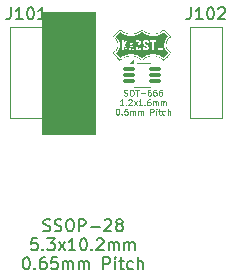
<source format=gto>
G04 #@! TF.GenerationSoftware,KiCad,Pcbnew,9.0.6*
G04 #@! TF.CreationDate,2026-01-05T16:11:47-06:00*
G04 #@! TF.ProjectId,SOT-666_1.2x1.6_P0.5,534f542d-3636-4365-9f31-2e3278312e36,rev?*
G04 #@! TF.SameCoordinates,Original*
G04 #@! TF.FileFunction,Legend,Top*
G04 #@! TF.FilePolarity,Positive*
%FSLAX46Y46*%
G04 Gerber Fmt 4.6, Leading zero omitted, Abs format (unit mm)*
G04 Created by KiCad (PCBNEW 9.0.6) date 2026-01-05 16:11:47*
%MOMM*%
%LPD*%
G01*
G04 APERTURE LIST*
G04 Aperture macros list*
%AMRoundRect*
0 Rectangle with rounded corners*
0 $1 Rounding radius*
0 $2 $3 $4 $5 $6 $7 $8 $9 X,Y pos of 4 corners*
0 Add a 4 corners polygon primitive as box body*
4,1,4,$2,$3,$4,$5,$6,$7,$8,$9,$2,$3,0*
0 Add four circle primitives for the rounded corners*
1,1,$1+$1,$2,$3*
1,1,$1+$1,$4,$5*
1,1,$1+$1,$6,$7*
1,1,$1+$1,$8,$9*
0 Add four rect primitives between the rounded corners*
20,1,$1+$1,$2,$3,$4,$5,0*
20,1,$1+$1,$4,$5,$6,$7,0*
20,1,$1+$1,$6,$7,$8,$9,0*
20,1,$1+$1,$8,$9,$2,$3,0*%
G04 Aperture macros list end*
%ADD10C,0.100000*%
%ADD11C,0.200000*%
%ADD12C,0.150000*%
%ADD13C,0.120000*%
%ADD14C,0.000000*%
%ADD15RoundRect,0.093750X-0.406250X-0.093750X0.406250X-0.093750X0.406250X0.093750X-0.406250X0.093750X0*%
%ADD16RoundRect,0.075000X-0.425000X-0.075000X0.425000X-0.075000X0.425000X0.075000X-0.425000X0.075000X0*%
%ADD17C,1.700000*%
%ADD18R,1.700000X1.700000*%
G04 APERTURE END LIST*
D10*
X130206953Y-101042856D02*
X130278381Y-101066665D01*
X130278381Y-101066665D02*
X130397429Y-101066665D01*
X130397429Y-101066665D02*
X130445048Y-101042856D01*
X130445048Y-101042856D02*
X130468857Y-101019046D01*
X130468857Y-101019046D02*
X130492667Y-100971427D01*
X130492667Y-100971427D02*
X130492667Y-100923808D01*
X130492667Y-100923808D02*
X130468857Y-100876189D01*
X130468857Y-100876189D02*
X130445048Y-100852379D01*
X130445048Y-100852379D02*
X130397429Y-100828570D01*
X130397429Y-100828570D02*
X130302191Y-100804760D01*
X130302191Y-100804760D02*
X130254572Y-100780951D01*
X130254572Y-100780951D02*
X130230762Y-100757141D01*
X130230762Y-100757141D02*
X130206953Y-100709522D01*
X130206953Y-100709522D02*
X130206953Y-100661903D01*
X130206953Y-100661903D02*
X130230762Y-100614284D01*
X130230762Y-100614284D02*
X130254572Y-100590475D01*
X130254572Y-100590475D02*
X130302191Y-100566665D01*
X130302191Y-100566665D02*
X130421238Y-100566665D01*
X130421238Y-100566665D02*
X130492667Y-100590475D01*
X130802190Y-100566665D02*
X130897428Y-100566665D01*
X130897428Y-100566665D02*
X130945047Y-100590475D01*
X130945047Y-100590475D02*
X130992666Y-100638094D01*
X130992666Y-100638094D02*
X131016476Y-100733332D01*
X131016476Y-100733332D02*
X131016476Y-100899998D01*
X131016476Y-100899998D02*
X130992666Y-100995236D01*
X130992666Y-100995236D02*
X130945047Y-101042856D01*
X130945047Y-101042856D02*
X130897428Y-101066665D01*
X130897428Y-101066665D02*
X130802190Y-101066665D01*
X130802190Y-101066665D02*
X130754571Y-101042856D01*
X130754571Y-101042856D02*
X130706952Y-100995236D01*
X130706952Y-100995236D02*
X130683143Y-100899998D01*
X130683143Y-100899998D02*
X130683143Y-100733332D01*
X130683143Y-100733332D02*
X130706952Y-100638094D01*
X130706952Y-100638094D02*
X130754571Y-100590475D01*
X130754571Y-100590475D02*
X130802190Y-100566665D01*
X131159334Y-100566665D02*
X131445048Y-100566665D01*
X131302191Y-101066665D02*
X131302191Y-100566665D01*
X131611714Y-100876189D02*
X131992667Y-100876189D01*
X132445048Y-100566665D02*
X132349810Y-100566665D01*
X132349810Y-100566665D02*
X132302191Y-100590475D01*
X132302191Y-100590475D02*
X132278381Y-100614284D01*
X132278381Y-100614284D02*
X132230762Y-100685713D01*
X132230762Y-100685713D02*
X132206953Y-100780951D01*
X132206953Y-100780951D02*
X132206953Y-100971427D01*
X132206953Y-100971427D02*
X132230762Y-101019046D01*
X132230762Y-101019046D02*
X132254572Y-101042856D01*
X132254572Y-101042856D02*
X132302191Y-101066665D01*
X132302191Y-101066665D02*
X132397429Y-101066665D01*
X132397429Y-101066665D02*
X132445048Y-101042856D01*
X132445048Y-101042856D02*
X132468857Y-101019046D01*
X132468857Y-101019046D02*
X132492667Y-100971427D01*
X132492667Y-100971427D02*
X132492667Y-100852379D01*
X132492667Y-100852379D02*
X132468857Y-100804760D01*
X132468857Y-100804760D02*
X132445048Y-100780951D01*
X132445048Y-100780951D02*
X132397429Y-100757141D01*
X132397429Y-100757141D02*
X132302191Y-100757141D01*
X132302191Y-100757141D02*
X132254572Y-100780951D01*
X132254572Y-100780951D02*
X132230762Y-100804760D01*
X132230762Y-100804760D02*
X132206953Y-100852379D01*
X132921238Y-100566665D02*
X132826000Y-100566665D01*
X132826000Y-100566665D02*
X132778381Y-100590475D01*
X132778381Y-100590475D02*
X132754571Y-100614284D01*
X132754571Y-100614284D02*
X132706952Y-100685713D01*
X132706952Y-100685713D02*
X132683143Y-100780951D01*
X132683143Y-100780951D02*
X132683143Y-100971427D01*
X132683143Y-100971427D02*
X132706952Y-101019046D01*
X132706952Y-101019046D02*
X132730762Y-101042856D01*
X132730762Y-101042856D02*
X132778381Y-101066665D01*
X132778381Y-101066665D02*
X132873619Y-101066665D01*
X132873619Y-101066665D02*
X132921238Y-101042856D01*
X132921238Y-101042856D02*
X132945047Y-101019046D01*
X132945047Y-101019046D02*
X132968857Y-100971427D01*
X132968857Y-100971427D02*
X132968857Y-100852379D01*
X132968857Y-100852379D02*
X132945047Y-100804760D01*
X132945047Y-100804760D02*
X132921238Y-100780951D01*
X132921238Y-100780951D02*
X132873619Y-100757141D01*
X132873619Y-100757141D02*
X132778381Y-100757141D01*
X132778381Y-100757141D02*
X132730762Y-100780951D01*
X132730762Y-100780951D02*
X132706952Y-100804760D01*
X132706952Y-100804760D02*
X132683143Y-100852379D01*
X133397428Y-100566665D02*
X133302190Y-100566665D01*
X133302190Y-100566665D02*
X133254571Y-100590475D01*
X133254571Y-100590475D02*
X133230761Y-100614284D01*
X133230761Y-100614284D02*
X133183142Y-100685713D01*
X133183142Y-100685713D02*
X133159333Y-100780951D01*
X133159333Y-100780951D02*
X133159333Y-100971427D01*
X133159333Y-100971427D02*
X133183142Y-101019046D01*
X133183142Y-101019046D02*
X133206952Y-101042856D01*
X133206952Y-101042856D02*
X133254571Y-101066665D01*
X133254571Y-101066665D02*
X133349809Y-101066665D01*
X133349809Y-101066665D02*
X133397428Y-101042856D01*
X133397428Y-101042856D02*
X133421237Y-101019046D01*
X133421237Y-101019046D02*
X133445047Y-100971427D01*
X133445047Y-100971427D02*
X133445047Y-100852379D01*
X133445047Y-100852379D02*
X133421237Y-100804760D01*
X133421237Y-100804760D02*
X133397428Y-100780951D01*
X133397428Y-100780951D02*
X133349809Y-100757141D01*
X133349809Y-100757141D02*
X133254571Y-100757141D01*
X133254571Y-100757141D02*
X133206952Y-100780951D01*
X133206952Y-100780951D02*
X133183142Y-100804760D01*
X133183142Y-100804760D02*
X133159333Y-100852379D01*
X130147429Y-101871637D02*
X129861715Y-101871637D01*
X130004572Y-101871637D02*
X130004572Y-101371637D01*
X130004572Y-101371637D02*
X129956953Y-101443066D01*
X129956953Y-101443066D02*
X129909334Y-101490685D01*
X129909334Y-101490685D02*
X129861715Y-101514494D01*
X130361714Y-101824018D02*
X130385524Y-101847828D01*
X130385524Y-101847828D02*
X130361714Y-101871637D01*
X130361714Y-101871637D02*
X130337905Y-101847828D01*
X130337905Y-101847828D02*
X130361714Y-101824018D01*
X130361714Y-101824018D02*
X130361714Y-101871637D01*
X130576000Y-101419256D02*
X130599809Y-101395447D01*
X130599809Y-101395447D02*
X130647428Y-101371637D01*
X130647428Y-101371637D02*
X130766476Y-101371637D01*
X130766476Y-101371637D02*
X130814095Y-101395447D01*
X130814095Y-101395447D02*
X130837904Y-101419256D01*
X130837904Y-101419256D02*
X130861714Y-101466875D01*
X130861714Y-101466875D02*
X130861714Y-101514494D01*
X130861714Y-101514494D02*
X130837904Y-101585923D01*
X130837904Y-101585923D02*
X130552190Y-101871637D01*
X130552190Y-101871637D02*
X130861714Y-101871637D01*
X131028380Y-101871637D02*
X131290285Y-101538304D01*
X131028380Y-101538304D02*
X131290285Y-101871637D01*
X131742666Y-101871637D02*
X131456952Y-101871637D01*
X131599809Y-101871637D02*
X131599809Y-101371637D01*
X131599809Y-101371637D02*
X131552190Y-101443066D01*
X131552190Y-101443066D02*
X131504571Y-101490685D01*
X131504571Y-101490685D02*
X131456952Y-101514494D01*
X131956951Y-101824018D02*
X131980761Y-101847828D01*
X131980761Y-101847828D02*
X131956951Y-101871637D01*
X131956951Y-101871637D02*
X131933142Y-101847828D01*
X131933142Y-101847828D02*
X131956951Y-101824018D01*
X131956951Y-101824018D02*
X131956951Y-101871637D01*
X132409332Y-101371637D02*
X132314094Y-101371637D01*
X132314094Y-101371637D02*
X132266475Y-101395447D01*
X132266475Y-101395447D02*
X132242665Y-101419256D01*
X132242665Y-101419256D02*
X132195046Y-101490685D01*
X132195046Y-101490685D02*
X132171237Y-101585923D01*
X132171237Y-101585923D02*
X132171237Y-101776399D01*
X132171237Y-101776399D02*
X132195046Y-101824018D01*
X132195046Y-101824018D02*
X132218856Y-101847828D01*
X132218856Y-101847828D02*
X132266475Y-101871637D01*
X132266475Y-101871637D02*
X132361713Y-101871637D01*
X132361713Y-101871637D02*
X132409332Y-101847828D01*
X132409332Y-101847828D02*
X132433141Y-101824018D01*
X132433141Y-101824018D02*
X132456951Y-101776399D01*
X132456951Y-101776399D02*
X132456951Y-101657351D01*
X132456951Y-101657351D02*
X132433141Y-101609732D01*
X132433141Y-101609732D02*
X132409332Y-101585923D01*
X132409332Y-101585923D02*
X132361713Y-101562113D01*
X132361713Y-101562113D02*
X132266475Y-101562113D01*
X132266475Y-101562113D02*
X132218856Y-101585923D01*
X132218856Y-101585923D02*
X132195046Y-101609732D01*
X132195046Y-101609732D02*
X132171237Y-101657351D01*
X132671236Y-101871637D02*
X132671236Y-101538304D01*
X132671236Y-101585923D02*
X132695046Y-101562113D01*
X132695046Y-101562113D02*
X132742665Y-101538304D01*
X132742665Y-101538304D02*
X132814093Y-101538304D01*
X132814093Y-101538304D02*
X132861712Y-101562113D01*
X132861712Y-101562113D02*
X132885522Y-101609732D01*
X132885522Y-101609732D02*
X132885522Y-101871637D01*
X132885522Y-101609732D02*
X132909331Y-101562113D01*
X132909331Y-101562113D02*
X132956950Y-101538304D01*
X132956950Y-101538304D02*
X133028379Y-101538304D01*
X133028379Y-101538304D02*
X133075998Y-101562113D01*
X133075998Y-101562113D02*
X133099808Y-101609732D01*
X133099808Y-101609732D02*
X133099808Y-101871637D01*
X133337903Y-101871637D02*
X133337903Y-101538304D01*
X133337903Y-101585923D02*
X133361713Y-101562113D01*
X133361713Y-101562113D02*
X133409332Y-101538304D01*
X133409332Y-101538304D02*
X133480760Y-101538304D01*
X133480760Y-101538304D02*
X133528379Y-101562113D01*
X133528379Y-101562113D02*
X133552189Y-101609732D01*
X133552189Y-101609732D02*
X133552189Y-101871637D01*
X133552189Y-101609732D02*
X133575998Y-101562113D01*
X133575998Y-101562113D02*
X133623617Y-101538304D01*
X133623617Y-101538304D02*
X133695046Y-101538304D01*
X133695046Y-101538304D02*
X133742665Y-101562113D01*
X133742665Y-101562113D02*
X133766475Y-101609732D01*
X133766475Y-101609732D02*
X133766475Y-101871637D01*
X129635524Y-102176609D02*
X129683143Y-102176609D01*
X129683143Y-102176609D02*
X129730762Y-102200419D01*
X129730762Y-102200419D02*
X129754572Y-102224228D01*
X129754572Y-102224228D02*
X129778381Y-102271847D01*
X129778381Y-102271847D02*
X129802191Y-102367085D01*
X129802191Y-102367085D02*
X129802191Y-102486133D01*
X129802191Y-102486133D02*
X129778381Y-102581371D01*
X129778381Y-102581371D02*
X129754572Y-102628990D01*
X129754572Y-102628990D02*
X129730762Y-102652800D01*
X129730762Y-102652800D02*
X129683143Y-102676609D01*
X129683143Y-102676609D02*
X129635524Y-102676609D01*
X129635524Y-102676609D02*
X129587905Y-102652800D01*
X129587905Y-102652800D02*
X129564096Y-102628990D01*
X129564096Y-102628990D02*
X129540286Y-102581371D01*
X129540286Y-102581371D02*
X129516477Y-102486133D01*
X129516477Y-102486133D02*
X129516477Y-102367085D01*
X129516477Y-102367085D02*
X129540286Y-102271847D01*
X129540286Y-102271847D02*
X129564096Y-102224228D01*
X129564096Y-102224228D02*
X129587905Y-102200419D01*
X129587905Y-102200419D02*
X129635524Y-102176609D01*
X130016476Y-102628990D02*
X130040286Y-102652800D01*
X130040286Y-102652800D02*
X130016476Y-102676609D01*
X130016476Y-102676609D02*
X129992667Y-102652800D01*
X129992667Y-102652800D02*
X130016476Y-102628990D01*
X130016476Y-102628990D02*
X130016476Y-102676609D01*
X130492666Y-102176609D02*
X130254571Y-102176609D01*
X130254571Y-102176609D02*
X130230762Y-102414704D01*
X130230762Y-102414704D02*
X130254571Y-102390895D01*
X130254571Y-102390895D02*
X130302190Y-102367085D01*
X130302190Y-102367085D02*
X130421238Y-102367085D01*
X130421238Y-102367085D02*
X130468857Y-102390895D01*
X130468857Y-102390895D02*
X130492666Y-102414704D01*
X130492666Y-102414704D02*
X130516476Y-102462323D01*
X130516476Y-102462323D02*
X130516476Y-102581371D01*
X130516476Y-102581371D02*
X130492666Y-102628990D01*
X130492666Y-102628990D02*
X130468857Y-102652800D01*
X130468857Y-102652800D02*
X130421238Y-102676609D01*
X130421238Y-102676609D02*
X130302190Y-102676609D01*
X130302190Y-102676609D02*
X130254571Y-102652800D01*
X130254571Y-102652800D02*
X130230762Y-102628990D01*
X130730761Y-102676609D02*
X130730761Y-102343276D01*
X130730761Y-102390895D02*
X130754571Y-102367085D01*
X130754571Y-102367085D02*
X130802190Y-102343276D01*
X130802190Y-102343276D02*
X130873618Y-102343276D01*
X130873618Y-102343276D02*
X130921237Y-102367085D01*
X130921237Y-102367085D02*
X130945047Y-102414704D01*
X130945047Y-102414704D02*
X130945047Y-102676609D01*
X130945047Y-102414704D02*
X130968856Y-102367085D01*
X130968856Y-102367085D02*
X131016475Y-102343276D01*
X131016475Y-102343276D02*
X131087904Y-102343276D01*
X131087904Y-102343276D02*
X131135523Y-102367085D01*
X131135523Y-102367085D02*
X131159333Y-102414704D01*
X131159333Y-102414704D02*
X131159333Y-102676609D01*
X131397428Y-102676609D02*
X131397428Y-102343276D01*
X131397428Y-102390895D02*
X131421238Y-102367085D01*
X131421238Y-102367085D02*
X131468857Y-102343276D01*
X131468857Y-102343276D02*
X131540285Y-102343276D01*
X131540285Y-102343276D02*
X131587904Y-102367085D01*
X131587904Y-102367085D02*
X131611714Y-102414704D01*
X131611714Y-102414704D02*
X131611714Y-102676609D01*
X131611714Y-102414704D02*
X131635523Y-102367085D01*
X131635523Y-102367085D02*
X131683142Y-102343276D01*
X131683142Y-102343276D02*
X131754571Y-102343276D01*
X131754571Y-102343276D02*
X131802190Y-102367085D01*
X131802190Y-102367085D02*
X131826000Y-102414704D01*
X131826000Y-102414704D02*
X131826000Y-102676609D01*
X132445047Y-102676609D02*
X132445047Y-102176609D01*
X132445047Y-102176609D02*
X132635523Y-102176609D01*
X132635523Y-102176609D02*
X132683142Y-102200419D01*
X132683142Y-102200419D02*
X132706952Y-102224228D01*
X132706952Y-102224228D02*
X132730761Y-102271847D01*
X132730761Y-102271847D02*
X132730761Y-102343276D01*
X132730761Y-102343276D02*
X132706952Y-102390895D01*
X132706952Y-102390895D02*
X132683142Y-102414704D01*
X132683142Y-102414704D02*
X132635523Y-102438514D01*
X132635523Y-102438514D02*
X132445047Y-102438514D01*
X132945047Y-102676609D02*
X132945047Y-102343276D01*
X132945047Y-102176609D02*
X132921238Y-102200419D01*
X132921238Y-102200419D02*
X132945047Y-102224228D01*
X132945047Y-102224228D02*
X132968857Y-102200419D01*
X132968857Y-102200419D02*
X132945047Y-102176609D01*
X132945047Y-102176609D02*
X132945047Y-102224228D01*
X133111714Y-102343276D02*
X133302190Y-102343276D01*
X133183142Y-102176609D02*
X133183142Y-102605180D01*
X133183142Y-102605180D02*
X133206952Y-102652800D01*
X133206952Y-102652800D02*
X133254571Y-102676609D01*
X133254571Y-102676609D02*
X133302190Y-102676609D01*
X133683142Y-102652800D02*
X133635523Y-102676609D01*
X133635523Y-102676609D02*
X133540285Y-102676609D01*
X133540285Y-102676609D02*
X133492666Y-102652800D01*
X133492666Y-102652800D02*
X133468856Y-102628990D01*
X133468856Y-102628990D02*
X133445047Y-102581371D01*
X133445047Y-102581371D02*
X133445047Y-102438514D01*
X133445047Y-102438514D02*
X133468856Y-102390895D01*
X133468856Y-102390895D02*
X133492666Y-102367085D01*
X133492666Y-102367085D02*
X133540285Y-102343276D01*
X133540285Y-102343276D02*
X133635523Y-102343276D01*
X133635523Y-102343276D02*
X133683142Y-102367085D01*
X133897427Y-102676609D02*
X133897427Y-102176609D01*
X134111713Y-102676609D02*
X134111713Y-102414704D01*
X134111713Y-102414704D02*
X134087903Y-102367085D01*
X134087903Y-102367085D02*
X134040284Y-102343276D01*
X134040284Y-102343276D02*
X133968856Y-102343276D01*
X133968856Y-102343276D02*
X133921237Y-102367085D01*
X133921237Y-102367085D02*
X133897427Y-102390895D01*
X123300000Y-94015001D02*
X127762000Y-94015001D01*
X127762000Y-104285001D01*
X123300000Y-104285001D01*
X123300000Y-94015001D01*
G36*
X123300000Y-94015001D02*
G01*
X127762000Y-94015001D01*
X127762000Y-104285001D01*
X123300000Y-104285001D01*
X123300000Y-94015001D01*
G37*
D11*
X123388857Y-112491212D02*
X123531714Y-112538831D01*
X123531714Y-112538831D02*
X123769809Y-112538831D01*
X123769809Y-112538831D02*
X123865047Y-112491212D01*
X123865047Y-112491212D02*
X123912666Y-112443592D01*
X123912666Y-112443592D02*
X123960285Y-112348354D01*
X123960285Y-112348354D02*
X123960285Y-112253116D01*
X123960285Y-112253116D02*
X123912666Y-112157878D01*
X123912666Y-112157878D02*
X123865047Y-112110259D01*
X123865047Y-112110259D02*
X123769809Y-112062640D01*
X123769809Y-112062640D02*
X123579333Y-112015021D01*
X123579333Y-112015021D02*
X123484095Y-111967402D01*
X123484095Y-111967402D02*
X123436476Y-111919783D01*
X123436476Y-111919783D02*
X123388857Y-111824545D01*
X123388857Y-111824545D02*
X123388857Y-111729307D01*
X123388857Y-111729307D02*
X123436476Y-111634069D01*
X123436476Y-111634069D02*
X123484095Y-111586450D01*
X123484095Y-111586450D02*
X123579333Y-111538831D01*
X123579333Y-111538831D02*
X123817428Y-111538831D01*
X123817428Y-111538831D02*
X123960285Y-111586450D01*
X124341238Y-112491212D02*
X124484095Y-112538831D01*
X124484095Y-112538831D02*
X124722190Y-112538831D01*
X124722190Y-112538831D02*
X124817428Y-112491212D01*
X124817428Y-112491212D02*
X124865047Y-112443592D01*
X124865047Y-112443592D02*
X124912666Y-112348354D01*
X124912666Y-112348354D02*
X124912666Y-112253116D01*
X124912666Y-112253116D02*
X124865047Y-112157878D01*
X124865047Y-112157878D02*
X124817428Y-112110259D01*
X124817428Y-112110259D02*
X124722190Y-112062640D01*
X124722190Y-112062640D02*
X124531714Y-112015021D01*
X124531714Y-112015021D02*
X124436476Y-111967402D01*
X124436476Y-111967402D02*
X124388857Y-111919783D01*
X124388857Y-111919783D02*
X124341238Y-111824545D01*
X124341238Y-111824545D02*
X124341238Y-111729307D01*
X124341238Y-111729307D02*
X124388857Y-111634069D01*
X124388857Y-111634069D02*
X124436476Y-111586450D01*
X124436476Y-111586450D02*
X124531714Y-111538831D01*
X124531714Y-111538831D02*
X124769809Y-111538831D01*
X124769809Y-111538831D02*
X124912666Y-111586450D01*
X125531714Y-111538831D02*
X125722190Y-111538831D01*
X125722190Y-111538831D02*
X125817428Y-111586450D01*
X125817428Y-111586450D02*
X125912666Y-111681688D01*
X125912666Y-111681688D02*
X125960285Y-111872164D01*
X125960285Y-111872164D02*
X125960285Y-112205497D01*
X125960285Y-112205497D02*
X125912666Y-112395973D01*
X125912666Y-112395973D02*
X125817428Y-112491212D01*
X125817428Y-112491212D02*
X125722190Y-112538831D01*
X125722190Y-112538831D02*
X125531714Y-112538831D01*
X125531714Y-112538831D02*
X125436476Y-112491212D01*
X125436476Y-112491212D02*
X125341238Y-112395973D01*
X125341238Y-112395973D02*
X125293619Y-112205497D01*
X125293619Y-112205497D02*
X125293619Y-111872164D01*
X125293619Y-111872164D02*
X125341238Y-111681688D01*
X125341238Y-111681688D02*
X125436476Y-111586450D01*
X125436476Y-111586450D02*
X125531714Y-111538831D01*
X126388857Y-112538831D02*
X126388857Y-111538831D01*
X126388857Y-111538831D02*
X126769809Y-111538831D01*
X126769809Y-111538831D02*
X126865047Y-111586450D01*
X126865047Y-111586450D02*
X126912666Y-111634069D01*
X126912666Y-111634069D02*
X126960285Y-111729307D01*
X126960285Y-111729307D02*
X126960285Y-111872164D01*
X126960285Y-111872164D02*
X126912666Y-111967402D01*
X126912666Y-111967402D02*
X126865047Y-112015021D01*
X126865047Y-112015021D02*
X126769809Y-112062640D01*
X126769809Y-112062640D02*
X126388857Y-112062640D01*
X127388857Y-112157878D02*
X128150762Y-112157878D01*
X128579333Y-111634069D02*
X128626952Y-111586450D01*
X128626952Y-111586450D02*
X128722190Y-111538831D01*
X128722190Y-111538831D02*
X128960285Y-111538831D01*
X128960285Y-111538831D02*
X129055523Y-111586450D01*
X129055523Y-111586450D02*
X129103142Y-111634069D01*
X129103142Y-111634069D02*
X129150761Y-111729307D01*
X129150761Y-111729307D02*
X129150761Y-111824545D01*
X129150761Y-111824545D02*
X129103142Y-111967402D01*
X129103142Y-111967402D02*
X128531714Y-112538831D01*
X128531714Y-112538831D02*
X129150761Y-112538831D01*
X129722190Y-111967402D02*
X129626952Y-111919783D01*
X129626952Y-111919783D02*
X129579333Y-111872164D01*
X129579333Y-111872164D02*
X129531714Y-111776926D01*
X129531714Y-111776926D02*
X129531714Y-111729307D01*
X129531714Y-111729307D02*
X129579333Y-111634069D01*
X129579333Y-111634069D02*
X129626952Y-111586450D01*
X129626952Y-111586450D02*
X129722190Y-111538831D01*
X129722190Y-111538831D02*
X129912666Y-111538831D01*
X129912666Y-111538831D02*
X130007904Y-111586450D01*
X130007904Y-111586450D02*
X130055523Y-111634069D01*
X130055523Y-111634069D02*
X130103142Y-111729307D01*
X130103142Y-111729307D02*
X130103142Y-111776926D01*
X130103142Y-111776926D02*
X130055523Y-111872164D01*
X130055523Y-111872164D02*
X130007904Y-111919783D01*
X130007904Y-111919783D02*
X129912666Y-111967402D01*
X129912666Y-111967402D02*
X129722190Y-111967402D01*
X129722190Y-111967402D02*
X129626952Y-112015021D01*
X129626952Y-112015021D02*
X129579333Y-112062640D01*
X129579333Y-112062640D02*
X129531714Y-112157878D01*
X129531714Y-112157878D02*
X129531714Y-112348354D01*
X129531714Y-112348354D02*
X129579333Y-112443592D01*
X129579333Y-112443592D02*
X129626952Y-112491212D01*
X129626952Y-112491212D02*
X129722190Y-112538831D01*
X129722190Y-112538831D02*
X129912666Y-112538831D01*
X129912666Y-112538831D02*
X130007904Y-112491212D01*
X130007904Y-112491212D02*
X130055523Y-112443592D01*
X130055523Y-112443592D02*
X130103142Y-112348354D01*
X130103142Y-112348354D02*
X130103142Y-112157878D01*
X130103142Y-112157878D02*
X130055523Y-112062640D01*
X130055523Y-112062640D02*
X130007904Y-112015021D01*
X130007904Y-112015021D02*
X129912666Y-111967402D01*
X122865048Y-113148775D02*
X122388858Y-113148775D01*
X122388858Y-113148775D02*
X122341239Y-113624965D01*
X122341239Y-113624965D02*
X122388858Y-113577346D01*
X122388858Y-113577346D02*
X122484096Y-113529727D01*
X122484096Y-113529727D02*
X122722191Y-113529727D01*
X122722191Y-113529727D02*
X122817429Y-113577346D01*
X122817429Y-113577346D02*
X122865048Y-113624965D01*
X122865048Y-113624965D02*
X122912667Y-113720203D01*
X122912667Y-113720203D02*
X122912667Y-113958298D01*
X122912667Y-113958298D02*
X122865048Y-114053536D01*
X122865048Y-114053536D02*
X122817429Y-114101156D01*
X122817429Y-114101156D02*
X122722191Y-114148775D01*
X122722191Y-114148775D02*
X122484096Y-114148775D01*
X122484096Y-114148775D02*
X122388858Y-114101156D01*
X122388858Y-114101156D02*
X122341239Y-114053536D01*
X123341239Y-114053536D02*
X123388858Y-114101156D01*
X123388858Y-114101156D02*
X123341239Y-114148775D01*
X123341239Y-114148775D02*
X123293620Y-114101156D01*
X123293620Y-114101156D02*
X123341239Y-114053536D01*
X123341239Y-114053536D02*
X123341239Y-114148775D01*
X123722191Y-113148775D02*
X124341238Y-113148775D01*
X124341238Y-113148775D02*
X124007905Y-113529727D01*
X124007905Y-113529727D02*
X124150762Y-113529727D01*
X124150762Y-113529727D02*
X124246000Y-113577346D01*
X124246000Y-113577346D02*
X124293619Y-113624965D01*
X124293619Y-113624965D02*
X124341238Y-113720203D01*
X124341238Y-113720203D02*
X124341238Y-113958298D01*
X124341238Y-113958298D02*
X124293619Y-114053536D01*
X124293619Y-114053536D02*
X124246000Y-114101156D01*
X124246000Y-114101156D02*
X124150762Y-114148775D01*
X124150762Y-114148775D02*
X123865048Y-114148775D01*
X123865048Y-114148775D02*
X123769810Y-114101156D01*
X123769810Y-114101156D02*
X123722191Y-114053536D01*
X124674572Y-114148775D02*
X125198381Y-113482108D01*
X124674572Y-113482108D02*
X125198381Y-114148775D01*
X126103143Y-114148775D02*
X125531715Y-114148775D01*
X125817429Y-114148775D02*
X125817429Y-113148775D01*
X125817429Y-113148775D02*
X125722191Y-113291632D01*
X125722191Y-113291632D02*
X125626953Y-113386870D01*
X125626953Y-113386870D02*
X125531715Y-113434489D01*
X126722191Y-113148775D02*
X126817429Y-113148775D01*
X126817429Y-113148775D02*
X126912667Y-113196394D01*
X126912667Y-113196394D02*
X126960286Y-113244013D01*
X126960286Y-113244013D02*
X127007905Y-113339251D01*
X127007905Y-113339251D02*
X127055524Y-113529727D01*
X127055524Y-113529727D02*
X127055524Y-113767822D01*
X127055524Y-113767822D02*
X127007905Y-113958298D01*
X127007905Y-113958298D02*
X126960286Y-114053536D01*
X126960286Y-114053536D02*
X126912667Y-114101156D01*
X126912667Y-114101156D02*
X126817429Y-114148775D01*
X126817429Y-114148775D02*
X126722191Y-114148775D01*
X126722191Y-114148775D02*
X126626953Y-114101156D01*
X126626953Y-114101156D02*
X126579334Y-114053536D01*
X126579334Y-114053536D02*
X126531715Y-113958298D01*
X126531715Y-113958298D02*
X126484096Y-113767822D01*
X126484096Y-113767822D02*
X126484096Y-113529727D01*
X126484096Y-113529727D02*
X126531715Y-113339251D01*
X126531715Y-113339251D02*
X126579334Y-113244013D01*
X126579334Y-113244013D02*
X126626953Y-113196394D01*
X126626953Y-113196394D02*
X126722191Y-113148775D01*
X127484096Y-114053536D02*
X127531715Y-114101156D01*
X127531715Y-114101156D02*
X127484096Y-114148775D01*
X127484096Y-114148775D02*
X127436477Y-114101156D01*
X127436477Y-114101156D02*
X127484096Y-114053536D01*
X127484096Y-114053536D02*
X127484096Y-114148775D01*
X127912667Y-113244013D02*
X127960286Y-113196394D01*
X127960286Y-113196394D02*
X128055524Y-113148775D01*
X128055524Y-113148775D02*
X128293619Y-113148775D01*
X128293619Y-113148775D02*
X128388857Y-113196394D01*
X128388857Y-113196394D02*
X128436476Y-113244013D01*
X128436476Y-113244013D02*
X128484095Y-113339251D01*
X128484095Y-113339251D02*
X128484095Y-113434489D01*
X128484095Y-113434489D02*
X128436476Y-113577346D01*
X128436476Y-113577346D02*
X127865048Y-114148775D01*
X127865048Y-114148775D02*
X128484095Y-114148775D01*
X128912667Y-114148775D02*
X128912667Y-113482108D01*
X128912667Y-113577346D02*
X128960286Y-113529727D01*
X128960286Y-113529727D02*
X129055524Y-113482108D01*
X129055524Y-113482108D02*
X129198381Y-113482108D01*
X129198381Y-113482108D02*
X129293619Y-113529727D01*
X129293619Y-113529727D02*
X129341238Y-113624965D01*
X129341238Y-113624965D02*
X129341238Y-114148775D01*
X129341238Y-113624965D02*
X129388857Y-113529727D01*
X129388857Y-113529727D02*
X129484095Y-113482108D01*
X129484095Y-113482108D02*
X129626952Y-113482108D01*
X129626952Y-113482108D02*
X129722191Y-113529727D01*
X129722191Y-113529727D02*
X129769810Y-113624965D01*
X129769810Y-113624965D02*
X129769810Y-114148775D01*
X130246000Y-114148775D02*
X130246000Y-113482108D01*
X130246000Y-113577346D02*
X130293619Y-113529727D01*
X130293619Y-113529727D02*
X130388857Y-113482108D01*
X130388857Y-113482108D02*
X130531714Y-113482108D01*
X130531714Y-113482108D02*
X130626952Y-113529727D01*
X130626952Y-113529727D02*
X130674571Y-113624965D01*
X130674571Y-113624965D02*
X130674571Y-114148775D01*
X130674571Y-113624965D02*
X130722190Y-113529727D01*
X130722190Y-113529727D02*
X130817428Y-113482108D01*
X130817428Y-113482108D02*
X130960285Y-113482108D01*
X130960285Y-113482108D02*
X131055524Y-113529727D01*
X131055524Y-113529727D02*
X131103143Y-113624965D01*
X131103143Y-113624965D02*
X131103143Y-114148775D01*
X121888857Y-114758719D02*
X121984095Y-114758719D01*
X121984095Y-114758719D02*
X122079333Y-114806338D01*
X122079333Y-114806338D02*
X122126952Y-114853957D01*
X122126952Y-114853957D02*
X122174571Y-114949195D01*
X122174571Y-114949195D02*
X122222190Y-115139671D01*
X122222190Y-115139671D02*
X122222190Y-115377766D01*
X122222190Y-115377766D02*
X122174571Y-115568242D01*
X122174571Y-115568242D02*
X122126952Y-115663480D01*
X122126952Y-115663480D02*
X122079333Y-115711100D01*
X122079333Y-115711100D02*
X121984095Y-115758719D01*
X121984095Y-115758719D02*
X121888857Y-115758719D01*
X121888857Y-115758719D02*
X121793619Y-115711100D01*
X121793619Y-115711100D02*
X121746000Y-115663480D01*
X121746000Y-115663480D02*
X121698381Y-115568242D01*
X121698381Y-115568242D02*
X121650762Y-115377766D01*
X121650762Y-115377766D02*
X121650762Y-115139671D01*
X121650762Y-115139671D02*
X121698381Y-114949195D01*
X121698381Y-114949195D02*
X121746000Y-114853957D01*
X121746000Y-114853957D02*
X121793619Y-114806338D01*
X121793619Y-114806338D02*
X121888857Y-114758719D01*
X122650762Y-115663480D02*
X122698381Y-115711100D01*
X122698381Y-115711100D02*
X122650762Y-115758719D01*
X122650762Y-115758719D02*
X122603143Y-115711100D01*
X122603143Y-115711100D02*
X122650762Y-115663480D01*
X122650762Y-115663480D02*
X122650762Y-115758719D01*
X123555523Y-114758719D02*
X123365047Y-114758719D01*
X123365047Y-114758719D02*
X123269809Y-114806338D01*
X123269809Y-114806338D02*
X123222190Y-114853957D01*
X123222190Y-114853957D02*
X123126952Y-114996814D01*
X123126952Y-114996814D02*
X123079333Y-115187290D01*
X123079333Y-115187290D02*
X123079333Y-115568242D01*
X123079333Y-115568242D02*
X123126952Y-115663480D01*
X123126952Y-115663480D02*
X123174571Y-115711100D01*
X123174571Y-115711100D02*
X123269809Y-115758719D01*
X123269809Y-115758719D02*
X123460285Y-115758719D01*
X123460285Y-115758719D02*
X123555523Y-115711100D01*
X123555523Y-115711100D02*
X123603142Y-115663480D01*
X123603142Y-115663480D02*
X123650761Y-115568242D01*
X123650761Y-115568242D02*
X123650761Y-115330147D01*
X123650761Y-115330147D02*
X123603142Y-115234909D01*
X123603142Y-115234909D02*
X123555523Y-115187290D01*
X123555523Y-115187290D02*
X123460285Y-115139671D01*
X123460285Y-115139671D02*
X123269809Y-115139671D01*
X123269809Y-115139671D02*
X123174571Y-115187290D01*
X123174571Y-115187290D02*
X123126952Y-115234909D01*
X123126952Y-115234909D02*
X123079333Y-115330147D01*
X124555523Y-114758719D02*
X124079333Y-114758719D01*
X124079333Y-114758719D02*
X124031714Y-115234909D01*
X124031714Y-115234909D02*
X124079333Y-115187290D01*
X124079333Y-115187290D02*
X124174571Y-115139671D01*
X124174571Y-115139671D02*
X124412666Y-115139671D01*
X124412666Y-115139671D02*
X124507904Y-115187290D01*
X124507904Y-115187290D02*
X124555523Y-115234909D01*
X124555523Y-115234909D02*
X124603142Y-115330147D01*
X124603142Y-115330147D02*
X124603142Y-115568242D01*
X124603142Y-115568242D02*
X124555523Y-115663480D01*
X124555523Y-115663480D02*
X124507904Y-115711100D01*
X124507904Y-115711100D02*
X124412666Y-115758719D01*
X124412666Y-115758719D02*
X124174571Y-115758719D01*
X124174571Y-115758719D02*
X124079333Y-115711100D01*
X124079333Y-115711100D02*
X124031714Y-115663480D01*
X125031714Y-115758719D02*
X125031714Y-115092052D01*
X125031714Y-115187290D02*
X125079333Y-115139671D01*
X125079333Y-115139671D02*
X125174571Y-115092052D01*
X125174571Y-115092052D02*
X125317428Y-115092052D01*
X125317428Y-115092052D02*
X125412666Y-115139671D01*
X125412666Y-115139671D02*
X125460285Y-115234909D01*
X125460285Y-115234909D02*
X125460285Y-115758719D01*
X125460285Y-115234909D02*
X125507904Y-115139671D01*
X125507904Y-115139671D02*
X125603142Y-115092052D01*
X125603142Y-115092052D02*
X125745999Y-115092052D01*
X125745999Y-115092052D02*
X125841238Y-115139671D01*
X125841238Y-115139671D02*
X125888857Y-115234909D01*
X125888857Y-115234909D02*
X125888857Y-115758719D01*
X126365047Y-115758719D02*
X126365047Y-115092052D01*
X126365047Y-115187290D02*
X126412666Y-115139671D01*
X126412666Y-115139671D02*
X126507904Y-115092052D01*
X126507904Y-115092052D02*
X126650761Y-115092052D01*
X126650761Y-115092052D02*
X126745999Y-115139671D01*
X126745999Y-115139671D02*
X126793618Y-115234909D01*
X126793618Y-115234909D02*
X126793618Y-115758719D01*
X126793618Y-115234909D02*
X126841237Y-115139671D01*
X126841237Y-115139671D02*
X126936475Y-115092052D01*
X126936475Y-115092052D02*
X127079332Y-115092052D01*
X127079332Y-115092052D02*
X127174571Y-115139671D01*
X127174571Y-115139671D02*
X127222190Y-115234909D01*
X127222190Y-115234909D02*
X127222190Y-115758719D01*
X128460285Y-115758719D02*
X128460285Y-114758719D01*
X128460285Y-114758719D02*
X128841237Y-114758719D01*
X128841237Y-114758719D02*
X128936475Y-114806338D01*
X128936475Y-114806338D02*
X128984094Y-114853957D01*
X128984094Y-114853957D02*
X129031713Y-114949195D01*
X129031713Y-114949195D02*
X129031713Y-115092052D01*
X129031713Y-115092052D02*
X128984094Y-115187290D01*
X128984094Y-115187290D02*
X128936475Y-115234909D01*
X128936475Y-115234909D02*
X128841237Y-115282528D01*
X128841237Y-115282528D02*
X128460285Y-115282528D01*
X129460285Y-115758719D02*
X129460285Y-115092052D01*
X129460285Y-114758719D02*
X129412666Y-114806338D01*
X129412666Y-114806338D02*
X129460285Y-114853957D01*
X129460285Y-114853957D02*
X129507904Y-114806338D01*
X129507904Y-114806338D02*
X129460285Y-114758719D01*
X129460285Y-114758719D02*
X129460285Y-114853957D01*
X129793618Y-115092052D02*
X130174570Y-115092052D01*
X129936475Y-114758719D02*
X129936475Y-115615861D01*
X129936475Y-115615861D02*
X129984094Y-115711100D01*
X129984094Y-115711100D02*
X130079332Y-115758719D01*
X130079332Y-115758719D02*
X130174570Y-115758719D01*
X130936475Y-115711100D02*
X130841237Y-115758719D01*
X130841237Y-115758719D02*
X130650761Y-115758719D01*
X130650761Y-115758719D02*
X130555523Y-115711100D01*
X130555523Y-115711100D02*
X130507904Y-115663480D01*
X130507904Y-115663480D02*
X130460285Y-115568242D01*
X130460285Y-115568242D02*
X130460285Y-115282528D01*
X130460285Y-115282528D02*
X130507904Y-115187290D01*
X130507904Y-115187290D02*
X130555523Y-115139671D01*
X130555523Y-115139671D02*
X130650761Y-115092052D01*
X130650761Y-115092052D02*
X130841237Y-115092052D01*
X130841237Y-115092052D02*
X130936475Y-115139671D01*
X131365047Y-115758719D02*
X131365047Y-114758719D01*
X131793618Y-115758719D02*
X131793618Y-115234909D01*
X131793618Y-115234909D02*
X131745999Y-115139671D01*
X131745999Y-115139671D02*
X131650761Y-115092052D01*
X131650761Y-115092052D02*
X131507904Y-115092052D01*
X131507904Y-115092052D02*
X131412666Y-115139671D01*
X131412666Y-115139671D02*
X131365047Y-115187290D01*
D12*
X120634285Y-93594820D02*
X120634285Y-94309105D01*
X120634285Y-94309105D02*
X120586666Y-94451962D01*
X120586666Y-94451962D02*
X120491428Y-94547201D01*
X120491428Y-94547201D02*
X120348571Y-94594820D01*
X120348571Y-94594820D02*
X120253333Y-94594820D01*
X121634285Y-94594820D02*
X121062857Y-94594820D01*
X121348571Y-94594820D02*
X121348571Y-93594820D01*
X121348571Y-93594820D02*
X121253333Y-93737677D01*
X121253333Y-93737677D02*
X121158095Y-93832915D01*
X121158095Y-93832915D02*
X121062857Y-93880534D01*
X122253333Y-93594820D02*
X122348571Y-93594820D01*
X122348571Y-93594820D02*
X122443809Y-93642439D01*
X122443809Y-93642439D02*
X122491428Y-93690058D01*
X122491428Y-93690058D02*
X122539047Y-93785296D01*
X122539047Y-93785296D02*
X122586666Y-93975772D01*
X122586666Y-93975772D02*
X122586666Y-94213867D01*
X122586666Y-94213867D02*
X122539047Y-94404343D01*
X122539047Y-94404343D02*
X122491428Y-94499581D01*
X122491428Y-94499581D02*
X122443809Y-94547201D01*
X122443809Y-94547201D02*
X122348571Y-94594820D01*
X122348571Y-94594820D02*
X122253333Y-94594820D01*
X122253333Y-94594820D02*
X122158095Y-94547201D01*
X122158095Y-94547201D02*
X122110476Y-94499581D01*
X122110476Y-94499581D02*
X122062857Y-94404343D01*
X122062857Y-94404343D02*
X122015238Y-94213867D01*
X122015238Y-94213867D02*
X122015238Y-93975772D01*
X122015238Y-93975772D02*
X122062857Y-93785296D01*
X122062857Y-93785296D02*
X122110476Y-93690058D01*
X122110476Y-93690058D02*
X122158095Y-93642439D01*
X122158095Y-93642439D02*
X122253333Y-93594820D01*
X123539047Y-94594820D02*
X122967619Y-94594820D01*
X123253333Y-94594820D02*
X123253333Y-93594820D01*
X123253333Y-93594820D02*
X123158095Y-93737677D01*
X123158095Y-93737677D02*
X123062857Y-93832915D01*
X123062857Y-93832915D02*
X122967619Y-93880534D01*
X135874285Y-93594820D02*
X135874285Y-94309105D01*
X135874285Y-94309105D02*
X135826666Y-94451962D01*
X135826666Y-94451962D02*
X135731428Y-94547201D01*
X135731428Y-94547201D02*
X135588571Y-94594820D01*
X135588571Y-94594820D02*
X135493333Y-94594820D01*
X136874285Y-94594820D02*
X136302857Y-94594820D01*
X136588571Y-94594820D02*
X136588571Y-93594820D01*
X136588571Y-93594820D02*
X136493333Y-93737677D01*
X136493333Y-93737677D02*
X136398095Y-93832915D01*
X136398095Y-93832915D02*
X136302857Y-93880534D01*
X137493333Y-93594820D02*
X137588571Y-93594820D01*
X137588571Y-93594820D02*
X137683809Y-93642439D01*
X137683809Y-93642439D02*
X137731428Y-93690058D01*
X137731428Y-93690058D02*
X137779047Y-93785296D01*
X137779047Y-93785296D02*
X137826666Y-93975772D01*
X137826666Y-93975772D02*
X137826666Y-94213867D01*
X137826666Y-94213867D02*
X137779047Y-94404343D01*
X137779047Y-94404343D02*
X137731428Y-94499581D01*
X137731428Y-94499581D02*
X137683809Y-94547201D01*
X137683809Y-94547201D02*
X137588571Y-94594820D01*
X137588571Y-94594820D02*
X137493333Y-94594820D01*
X137493333Y-94594820D02*
X137398095Y-94547201D01*
X137398095Y-94547201D02*
X137350476Y-94499581D01*
X137350476Y-94499581D02*
X137302857Y-94404343D01*
X137302857Y-94404343D02*
X137255238Y-94213867D01*
X137255238Y-94213867D02*
X137255238Y-93975772D01*
X137255238Y-93975772D02*
X137302857Y-93785296D01*
X137302857Y-93785296D02*
X137350476Y-93690058D01*
X137350476Y-93690058D02*
X137398095Y-93642439D01*
X137398095Y-93642439D02*
X137493333Y-93594820D01*
X138207619Y-93690058D02*
X138255238Y-93642439D01*
X138255238Y-93642439D02*
X138350476Y-93594820D01*
X138350476Y-93594820D02*
X138588571Y-93594820D01*
X138588571Y-93594820D02*
X138683809Y-93642439D01*
X138683809Y-93642439D02*
X138731428Y-93690058D01*
X138731428Y-93690058D02*
X138779047Y-93785296D01*
X138779047Y-93785296D02*
X138779047Y-93880534D01*
X138779047Y-93880534D02*
X138731428Y-94023391D01*
X138731428Y-94023391D02*
X138160000Y-94594820D01*
X138160000Y-94594820D02*
X138779047Y-94594820D01*
D13*
X132384250Y-98324000D02*
X131334250Y-98324000D01*
X132384250Y-100304000D02*
X131084250Y-100304000D01*
X130964250Y-98324000D02*
X130684250Y-98324000D01*
X130964250Y-98044000D01*
X130964250Y-98324000D01*
G36*
X130964250Y-98324000D02*
G01*
X130684250Y-98324000D01*
X130964250Y-98044000D01*
X130964250Y-98324000D01*
G37*
X123300000Y-95250001D02*
X123300000Y-102980001D01*
X120540000Y-102980001D02*
X123300000Y-102980001D01*
X120540000Y-95250001D02*
X123300000Y-95250001D01*
X120540000Y-95250001D02*
X120540000Y-102980001D01*
X138540000Y-95250001D02*
X138540000Y-102980001D01*
X135780000Y-102980001D02*
X138540000Y-102980001D01*
X135780000Y-95250001D02*
X138540000Y-95250001D01*
X135780000Y-95250001D02*
X135780000Y-102980001D01*
D14*
G36*
X133593262Y-95433236D02*
G01*
X133600760Y-95442024D01*
X133608436Y-95450707D01*
X133616681Y-95459694D01*
X133625890Y-95469392D01*
X133636454Y-95480212D01*
X133648766Y-95492561D01*
X133663219Y-95506849D01*
X133676589Y-95519950D01*
X133686398Y-95529547D01*
X133698655Y-95541557D01*
X133713026Y-95555654D01*
X133729176Y-95571505D01*
X133746771Y-95588786D01*
X133765477Y-95607168D01*
X133784960Y-95626320D01*
X133804885Y-95645916D01*
X133824918Y-95665626D01*
X133844724Y-95685123D01*
X133850591Y-95690901D01*
X133872148Y-95712122D01*
X133895427Y-95735027D01*
X133919913Y-95759109D01*
X133945090Y-95783861D01*
X133970442Y-95808777D01*
X133995455Y-95833349D01*
X134019611Y-95857072D01*
X134042397Y-95879439D01*
X134063295Y-95899940D01*
X134077168Y-95913543D01*
X134101709Y-95937603D01*
X134123601Y-95959079D01*
X134142990Y-95978118D01*
X134160022Y-95994867D01*
X134174844Y-96009471D01*
X134187600Y-96022077D01*
X134198436Y-96032831D01*
X134207499Y-96041879D01*
X134214935Y-96049369D01*
X134220888Y-96055446D01*
X134225505Y-96060256D01*
X134228933Y-96063947D01*
X134231315Y-96066663D01*
X134232800Y-96068553D01*
X134233531Y-96069761D01*
X134233656Y-96070434D01*
X134233616Y-96070527D01*
X134231729Y-96072224D01*
X134227254Y-96075736D01*
X134220783Y-96080613D01*
X134212909Y-96086404D01*
X134209428Y-96088927D01*
X134199698Y-96096040D01*
X134189732Y-96103485D01*
X134180624Y-96110432D01*
X134173469Y-96116055D01*
X134172750Y-96116638D01*
X134166184Y-96121906D01*
X134157506Y-96128768D01*
X134147709Y-96136442D01*
X134137784Y-96144150D01*
X134134789Y-96146462D01*
X134094262Y-96178820D01*
X134056367Y-96211399D01*
X134021342Y-96243969D01*
X133989421Y-96276303D01*
X133960840Y-96308174D01*
X133936957Y-96337865D01*
X133907265Y-96380187D01*
X133881006Y-96424214D01*
X133858156Y-96470017D01*
X133838683Y-96517669D01*
X133822561Y-96567239D01*
X133809762Y-96618799D01*
X133800258Y-96672419D01*
X133797671Y-96691963D01*
X133796102Y-96708531D01*
X133794980Y-96727975D01*
X133794305Y-96749326D01*
X133794077Y-96771614D01*
X133794297Y-96793867D01*
X133794965Y-96815115D01*
X133796082Y-96834388D01*
X133797583Y-96850176D01*
X133805684Y-96902218D01*
X133817167Y-96952310D01*
X133832043Y-97000476D01*
X133850325Y-97046745D01*
X133872025Y-97091141D01*
X133897158Y-97133692D01*
X133925732Y-97174424D01*
X133957763Y-97213364D01*
X133977394Y-97234584D01*
X133990555Y-97247703D01*
X134006643Y-97262788D01*
X134025698Y-97279871D01*
X134047757Y-97298986D01*
X134072858Y-97320163D01*
X134101040Y-97343436D01*
X134132340Y-97368837D01*
X134166798Y-97396397D01*
X134190446Y-97415123D01*
X134201636Y-97424038D01*
X134211780Y-97432286D01*
X134220481Y-97439529D01*
X134227339Y-97445430D01*
X134231956Y-97449652D01*
X134233935Y-97451858D01*
X134233976Y-97451972D01*
X134232694Y-97453664D01*
X134228797Y-97458062D01*
X134222382Y-97465065D01*
X134213549Y-97474567D01*
X134202394Y-97486467D01*
X134189018Y-97500660D01*
X134173517Y-97517044D01*
X134155989Y-97535514D01*
X134136534Y-97555969D01*
X134115250Y-97578304D01*
X134092234Y-97602417D01*
X134067585Y-97628203D01*
X134041400Y-97655561D01*
X134013780Y-97684386D01*
X133984820Y-97714575D01*
X133954621Y-97746025D01*
X133925691Y-97776124D01*
X133896839Y-97806129D01*
X133868636Y-97835457D01*
X133841204Y-97863980D01*
X133814671Y-97891567D01*
X133789161Y-97918088D01*
X133764799Y-97943415D01*
X133741710Y-97967416D01*
X133720018Y-97989962D01*
X133699849Y-98010924D01*
X133681327Y-98030172D01*
X133664577Y-98047575D01*
X133649724Y-98063005D01*
X133636893Y-98076331D01*
X133626209Y-98087424D01*
X133617796Y-98096153D01*
X133611779Y-98102390D01*
X133608284Y-98106004D01*
X133607528Y-98106780D01*
X133598219Y-98116236D01*
X133547637Y-98075434D01*
X133523658Y-98056173D01*
X133502176Y-98039104D01*
X133482719Y-98023877D01*
X133464822Y-98010141D01*
X133448012Y-97997544D01*
X133431822Y-97985734D01*
X133415782Y-97974362D01*
X133399423Y-97963076D01*
X133382277Y-97951524D01*
X133380836Y-97950563D01*
X133329263Y-97917638D01*
X133276793Y-97886899D01*
X133223890Y-97858571D01*
X133171017Y-97832884D01*
X133118639Y-97810067D01*
X133067219Y-97790348D01*
X133031205Y-97778246D01*
X132967450Y-97760186D01*
X132902160Y-97745716D01*
X132835342Y-97734837D01*
X132767005Y-97727548D01*
X132697155Y-97723851D01*
X132625801Y-97723747D01*
X132552947Y-97727235D01*
X132517502Y-97730182D01*
X132457180Y-97737613D01*
X132396591Y-97748483D01*
X132336344Y-97762626D01*
X132277056Y-97779878D01*
X132219338Y-97800076D01*
X132163803Y-97823050D01*
X132151268Y-97828772D01*
X132141847Y-97833148D01*
X132132001Y-97837716D01*
X132123415Y-97841692D01*
X132120993Y-97842812D01*
X132093992Y-97856046D01*
X132064803Y-97871743D01*
X132033952Y-97889554D01*
X132001962Y-97909130D01*
X131969359Y-97930123D01*
X131936669Y-97952185D01*
X131904417Y-97974968D01*
X131873126Y-97998124D01*
X131843325Y-98021304D01*
X131815538Y-98044161D01*
X131809450Y-98049367D01*
X131801310Y-98056386D01*
X131791174Y-98065125D01*
X131780007Y-98074758D01*
X131768767Y-98084452D01*
X131761132Y-98091041D01*
X131752024Y-98098746D01*
X131743725Y-98105477D01*
X131736751Y-98110840D01*
X131731621Y-98114435D01*
X131728850Y-98115870D01*
X131728740Y-98115879D01*
X131725556Y-98114241D01*
X131721190Y-98109723D01*
X131717569Y-98104896D01*
X131711828Y-98097730D01*
X131703028Y-98088419D01*
X131691293Y-98077078D01*
X131676747Y-98063825D01*
X131659517Y-98048776D01*
X131639725Y-98032047D01*
X131638532Y-98031054D01*
X131580511Y-97984976D01*
X131521726Y-97942704D01*
X131462101Y-97904205D01*
X131401568Y-97869441D01*
X131340053Y-97838375D01*
X131277484Y-97810972D01*
X131213788Y-97787195D01*
X131148893Y-97767007D01*
X131082727Y-97750372D01*
X131080175Y-97749807D01*
X131019976Y-97738241D01*
X130957785Y-97729556D01*
X130894288Y-97723788D01*
X130830167Y-97720972D01*
X130766107Y-97721142D01*
X130702792Y-97724335D01*
X130659965Y-97728309D01*
X130592336Y-97737768D01*
X130525433Y-97751055D01*
X130459309Y-97768150D01*
X130394020Y-97789032D01*
X130329617Y-97813680D01*
X130266158Y-97842074D01*
X130203695Y-97874193D01*
X130142283Y-97910017D01*
X130090594Y-97943607D01*
X130075138Y-97954246D01*
X130060473Y-97964590D01*
X130046000Y-97975086D01*
X130031123Y-97986182D01*
X130015243Y-97998324D01*
X129997764Y-98011960D01*
X129978089Y-98027538D01*
X129971447Y-98032834D01*
X129952036Y-98048302D01*
X129934153Y-98062492D01*
X129918031Y-98075223D01*
X129903902Y-98086310D01*
X129892000Y-98095573D01*
X129882558Y-98102828D01*
X129875810Y-98107891D01*
X129873642Y-98109457D01*
X129867640Y-98113699D01*
X129723243Y-97962112D01*
X129685261Y-97922238D01*
X129649825Y-97885032D01*
X129616786Y-97850337D01*
X129585992Y-97817994D01*
X129557293Y-97787845D01*
X129530540Y-97759731D01*
X129505581Y-97733494D01*
X129482268Y-97708976D01*
X129460449Y-97686019D01*
X129439974Y-97664464D01*
X129420694Y-97644153D01*
X129402458Y-97624929D01*
X129385115Y-97606631D01*
X129368517Y-97589103D01*
X129352511Y-97572186D01*
X129336949Y-97555721D01*
X129321680Y-97539551D01*
X129306554Y-97523517D01*
X129291420Y-97507461D01*
X129276129Y-97491225D01*
X129260531Y-97474649D01*
X129245451Y-97458615D01*
X129322314Y-97458615D01*
X129369401Y-97508422D01*
X129416698Y-97558420D01*
X129461853Y-97606095D01*
X129505386Y-97651987D01*
X129547809Y-97696638D01*
X129589638Y-97740591D01*
X129631386Y-97784386D01*
X129673571Y-97828566D01*
X129716707Y-97873672D01*
X129717525Y-97874525D01*
X129736313Y-97894160D01*
X129754582Y-97913255D01*
X129772115Y-97931588D01*
X129788702Y-97948935D01*
X129804129Y-97965073D01*
X129818180Y-97979777D01*
X129830643Y-97992824D01*
X129841305Y-98003991D01*
X129849950Y-98013054D01*
X129856366Y-98019790D01*
X129860338Y-98023974D01*
X129860841Y-98024505D01*
X129867364Y-98031291D01*
X129871862Y-98035538D01*
X129874883Y-98037645D01*
X129876973Y-98038013D01*
X129878372Y-98037301D01*
X129880960Y-98035157D01*
X129885864Y-98031014D01*
X129892439Y-98025421D01*
X129900038Y-98018927D01*
X129902059Y-98017195D01*
X129962384Y-97967754D01*
X130023604Y-97922110D01*
X130085743Y-97880254D01*
X130148825Y-97842174D01*
X130212872Y-97807860D01*
X130277909Y-97777302D01*
X130343959Y-97750490D01*
X130411046Y-97727413D01*
X130479192Y-97708058D01*
X130548422Y-97692419D01*
X130618758Y-97680484D01*
X130675591Y-97673619D01*
X130747979Y-97668231D01*
X130819403Y-97666584D01*
X130889902Y-97668694D01*
X130959515Y-97674566D01*
X131028282Y-97684214D01*
X131096241Y-97697648D01*
X131163432Y-97714877D01*
X131229894Y-97735913D01*
X131295667Y-97760769D01*
X131360788Y-97789453D01*
X131425298Y-97821978D01*
X131489236Y-97858350D01*
X131552641Y-97898585D01*
X131589710Y-97924064D01*
X131612173Y-97940288D01*
X131635966Y-97958092D01*
X131660127Y-97976724D01*
X131683694Y-97995432D01*
X131705705Y-98013466D01*
X131722228Y-98027494D01*
X131736574Y-98039917D01*
X131742071Y-98035415D01*
X131745222Y-98032799D01*
X131750809Y-98028126D01*
X131758285Y-98021856D01*
X131767098Y-98014449D01*
X131776700Y-98006368D01*
X131778509Y-98004844D01*
X131811924Y-97977595D01*
X131847666Y-97950105D01*
X131884809Y-97923033D01*
X131922424Y-97897037D01*
X131959583Y-97872774D01*
X131995357Y-97850900D01*
X131997938Y-97849386D01*
X132028515Y-97832213D01*
X132061643Y-97814883D01*
X132096396Y-97797821D01*
X132131852Y-97781453D01*
X132167084Y-97766207D01*
X132201168Y-97752507D01*
X132233179Y-97740780D01*
X132235258Y-97740064D01*
X132303340Y-97718776D01*
X132372084Y-97701333D01*
X132441510Y-97687732D01*
X132511637Y-97677970D01*
X132582490Y-97672044D01*
X132654089Y-97669950D01*
X132705066Y-97670778D01*
X132774341Y-97674949D01*
X132842500Y-97682629D01*
X132909675Y-97693861D01*
X132975998Y-97708687D01*
X133041600Y-97727149D01*
X133106613Y-97749289D01*
X133171169Y-97775149D01*
X133235399Y-97804773D01*
X133299436Y-97838202D01*
X133363410Y-97875479D01*
X133385932Y-97889520D01*
X133429845Y-97918327D01*
X133473234Y-97948786D01*
X133516950Y-97981513D01*
X133555070Y-98011628D01*
X133589647Y-98039564D01*
X133611885Y-98016683D01*
X133616455Y-98011954D01*
X133623495Y-98004634D01*
X133632778Y-97994960D01*
X133644078Y-97983169D01*
X133657167Y-97969497D01*
X133671821Y-97954180D01*
X133687813Y-97937456D01*
X133704916Y-97919561D01*
X133722903Y-97900731D01*
X133741549Y-97881204D01*
X133760627Y-97861215D01*
X133765510Y-97856097D01*
X133788737Y-97831757D01*
X133809481Y-97810027D01*
X133827954Y-97790689D01*
X133844366Y-97773524D01*
X133858929Y-97758314D01*
X133871854Y-97744840D01*
X133883353Y-97732885D01*
X133893637Y-97722229D01*
X133902917Y-97712655D01*
X133911405Y-97703943D01*
X133919312Y-97695876D01*
X133926850Y-97688235D01*
X133934227Y-97680801D01*
X133941660Y-97673356D01*
X133949356Y-97665682D01*
X133957527Y-97657560D01*
X133959007Y-97656091D01*
X133967075Y-97648010D01*
X133974084Y-97640846D01*
X133979598Y-97635058D01*
X133983178Y-97631107D01*
X133984389Y-97629468D01*
X133985708Y-97627742D01*
X133989417Y-97623648D01*
X133995140Y-97617581D01*
X134002502Y-97609934D01*
X134011130Y-97601102D01*
X134018082Y-97594061D01*
X134027935Y-97584086D01*
X134039851Y-97571962D01*
X134053183Y-97558345D01*
X134067283Y-97543903D01*
X134081505Y-97529296D01*
X134095202Y-97515187D01*
X134101149Y-97509046D01*
X134150520Y-97458007D01*
X134143186Y-97451963D01*
X134138608Y-97448430D01*
X134135221Y-97446252D01*
X134134306Y-97445915D01*
X134132285Y-97444710D01*
X134128008Y-97441443D01*
X134122143Y-97436644D01*
X134116684Y-97431994D01*
X134109725Y-97426079D01*
X134100584Y-97418470D01*
X134090145Y-97409894D01*
X134079290Y-97401077D01*
X134071308Y-97394665D01*
X134062076Y-97387215D01*
X134053872Y-97380456D01*
X134047202Y-97374814D01*
X134042568Y-97370717D01*
X134040475Y-97368589D01*
X134040447Y-97368545D01*
X134037475Y-97366117D01*
X134036053Y-97365834D01*
X134033515Y-97364858D01*
X134033220Y-97364083D01*
X134031815Y-97362234D01*
X134027967Y-97358392D01*
X134022219Y-97353074D01*
X134015123Y-97346800D01*
X134013199Y-97345140D01*
X133984541Y-97319843D01*
X133958844Y-97295626D01*
X133935547Y-97271888D01*
X133914088Y-97248020D01*
X133893905Y-97223416D01*
X133874438Y-97197470D01*
X133867779Y-97188088D01*
X133841103Y-97146903D01*
X133817152Y-97103574D01*
X133796093Y-97058552D01*
X133778090Y-97012288D01*
X133763308Y-96965234D01*
X133751914Y-96917840D01*
X133744071Y-96870557D01*
X133741134Y-96842363D01*
X133738769Y-96806270D01*
X133737742Y-96772968D01*
X133738054Y-96741584D01*
X133739707Y-96711240D01*
X133741264Y-96693917D01*
X133742678Y-96680515D01*
X133743822Y-96670569D01*
X133744747Y-96663639D01*
X133744896Y-96662665D01*
X133745613Y-96657796D01*
X133746541Y-96651121D01*
X133746957Y-96648015D01*
X133748746Y-96636569D01*
X133751369Y-96622488D01*
X133754585Y-96606893D01*
X133758156Y-96590905D01*
X133761844Y-96575647D01*
X133764735Y-96564652D01*
X133780725Y-96512901D01*
X133799548Y-96463655D01*
X133821374Y-96416561D01*
X133846374Y-96371263D01*
X133874719Y-96327408D01*
X133887980Y-96308903D01*
X133893062Y-96301890D01*
X133897138Y-96296022D01*
X133899726Y-96292010D01*
X133900399Y-96290628D01*
X133901783Y-96288533D01*
X133905126Y-96285463D01*
X133905282Y-96285339D01*
X133908695Y-96282076D01*
X133910164Y-96279525D01*
X133910165Y-96279480D01*
X133911564Y-96276968D01*
X133914940Y-96273705D01*
X133915049Y-96273620D01*
X133918469Y-96270267D01*
X133919931Y-96267519D01*
X133919932Y-96267479D01*
X133921345Y-96264956D01*
X133924903Y-96261300D01*
X133926768Y-96259725D01*
X133930908Y-96256028D01*
X133933337Y-96253097D01*
X133933605Y-96252354D01*
X133934936Y-96250491D01*
X133938642Y-96246345D01*
X133944286Y-96240353D01*
X133951435Y-96232949D01*
X133959652Y-96224569D01*
X133968505Y-96215646D01*
X133977557Y-96206614D01*
X133986374Y-96197908D01*
X133994521Y-96189962D01*
X134001564Y-96183211D01*
X134007067Y-96178090D01*
X134010595Y-96175032D01*
X134011663Y-96174353D01*
X134013843Y-96172948D01*
X134017397Y-96169353D01*
X134019782Y-96166540D01*
X134023817Y-96162068D01*
X134027213Y-96159240D01*
X134028490Y-96158727D01*
X134031217Y-96157343D01*
X134034929Y-96153916D01*
X134035850Y-96152868D01*
X134039464Y-96149111D01*
X134042274Y-96147110D01*
X134042718Y-96147008D01*
X134045170Y-96145611D01*
X134048406Y-96142240D01*
X134048497Y-96142125D01*
X134051559Y-96138730D01*
X134053676Y-96137244D01*
X134053724Y-96137242D01*
X134055707Y-96136088D01*
X134060064Y-96132949D01*
X134066143Y-96128311D01*
X134072975Y-96122912D01*
X134081538Y-96116118D01*
X134090405Y-96109207D01*
X134098338Y-96103140D01*
X134102599Y-96099961D01*
X134109120Y-96095072D01*
X134117461Y-96088666D01*
X134126405Y-96081683D01*
X134132593Y-96076779D01*
X134150828Y-96062217D01*
X134126699Y-96038690D01*
X134121683Y-96033786D01*
X134114131Y-96026387D01*
X134104291Y-96016732D01*
X134092410Y-96005067D01*
X134078735Y-95991635D01*
X134063515Y-95976678D01*
X134046995Y-95960441D01*
X134029428Y-95943167D01*
X134011056Y-95925099D01*
X133992129Y-95906480D01*
X133975539Y-95890156D01*
X133955906Y-95870844D01*
X133935234Y-95850530D01*
X133913718Y-95829402D01*
X133891549Y-95807648D01*
X133868920Y-95785454D01*
X133846021Y-95763011D01*
X133823046Y-95740502D01*
X133800185Y-95718120D01*
X133777633Y-95696050D01*
X133755581Y-95674479D01*
X133734219Y-95653596D01*
X133713741Y-95633589D01*
X133694339Y-95614646D01*
X133676205Y-95596954D01*
X133659530Y-95580700D01*
X133644508Y-95566073D01*
X133631329Y-95553261D01*
X133620186Y-95542451D01*
X133611272Y-95533829D01*
X133604777Y-95527588D01*
X133601124Y-95524124D01*
X133595034Y-95518710D01*
X133590760Y-95515716D01*
X133587490Y-95514675D01*
X133585134Y-95514912D01*
X133582012Y-95516577D01*
X133576619Y-95520360D01*
X133569597Y-95525773D01*
X133561587Y-95532333D01*
X133557526Y-95535793D01*
X133502212Y-95580993D01*
X133444220Y-95623481D01*
X133383791Y-95663129D01*
X133321168Y-95699816D01*
X133256595Y-95733421D01*
X133190314Y-95763819D01*
X133122568Y-95790888D01*
X133053600Y-95814507D01*
X132983652Y-95834551D01*
X132949169Y-95843014D01*
X132897511Y-95853807D01*
X132845768Y-95862183D01*
X132793178Y-95868224D01*
X132738983Y-95872012D01*
X132682421Y-95873632D01*
X132667901Y-95873707D01*
X132611545Y-95872776D01*
X132557414Y-95869806D01*
X132504498Y-95864678D01*
X132451788Y-95857271D01*
X132398274Y-95847465D01*
X132342946Y-95835138D01*
X132340174Y-95834467D01*
X132326531Y-95831039D01*
X132311675Y-95827102D01*
X132296073Y-95822798D01*
X132280190Y-95818269D01*
X132264494Y-95813658D01*
X132249451Y-95809108D01*
X132235529Y-95804761D01*
X132223191Y-95800759D01*
X132212906Y-95797247D01*
X132205140Y-95794365D01*
X132200361Y-95792256D01*
X132199050Y-95791331D01*
X132196687Y-95790034D01*
X132191757Y-95788467D01*
X132187819Y-95787517D01*
X132182148Y-95785996D01*
X132178451Y-95784417D01*
X132177637Y-95783543D01*
X132175964Y-95782196D01*
X132172754Y-95781751D01*
X132169082Y-95781167D01*
X132167871Y-95780048D01*
X132166144Y-95778707D01*
X132161833Y-95777423D01*
X132160058Y-95777095D01*
X132155173Y-95775887D01*
X132152449Y-95774385D01*
X132152245Y-95773915D01*
X132150577Y-95772449D01*
X132147501Y-95771985D01*
X132142546Y-95770815D01*
X132139828Y-95769056D01*
X132135965Y-95766621D01*
X132133689Y-95766125D01*
X132129719Y-95764821D01*
X132127550Y-95763195D01*
X132123319Y-95760857D01*
X132119877Y-95760266D01*
X132116272Y-95759688D01*
X132115133Y-95758626D01*
X132113498Y-95756678D01*
X132109625Y-95754517D01*
X132105068Y-95752885D01*
X132102206Y-95752452D01*
X132098445Y-95751158D01*
X132096298Y-95749523D01*
X132092038Y-95747157D01*
X132088764Y-95746593D01*
X132084020Y-95745558D01*
X132081579Y-95744042D01*
X132079184Y-95742479D01*
X132073808Y-95739422D01*
X132065948Y-95735143D01*
X132056107Y-95729910D01*
X132044788Y-95723994D01*
X132035050Y-95718974D01*
X131989636Y-95694834D01*
X131946528Y-95670056D01*
X131904889Y-95644093D01*
X131863881Y-95616403D01*
X131822668Y-95586437D01*
X131780411Y-95553654D01*
X131777853Y-95551608D01*
X131764235Y-95540860D01*
X131753173Y-95532531D01*
X131744321Y-95526420D01*
X131737333Y-95522333D01*
X131731861Y-95520072D01*
X131727559Y-95519440D01*
X131724082Y-95520239D01*
X131723373Y-95520599D01*
X131720715Y-95522526D01*
X131715722Y-95526533D01*
X131708996Y-95532121D01*
X131701140Y-95538794D01*
X131696730Y-95542594D01*
X131654817Y-95577080D01*
X131609472Y-95610960D01*
X131561161Y-95643946D01*
X131510345Y-95675751D01*
X131457489Y-95706087D01*
X131403054Y-95734665D01*
X131347505Y-95761197D01*
X131338995Y-95765033D01*
X131280691Y-95789397D01*
X131220357Y-95811345D01*
X131158761Y-95830654D01*
X131096670Y-95847098D01*
X131034851Y-95860455D01*
X130981274Y-95869478D01*
X130963429Y-95872011D01*
X130947503Y-95874119D01*
X130932875Y-95875839D01*
X130918920Y-95877211D01*
X130905017Y-95878272D01*
X130890543Y-95879060D01*
X130874875Y-95879613D01*
X130857390Y-95879971D01*
X130837464Y-95880170D01*
X130814477Y-95880250D01*
X130805482Y-95880256D01*
X130782356Y-95880227D01*
X130762648Y-95880119D01*
X130745870Y-95879919D01*
X130731533Y-95879612D01*
X130719151Y-95879185D01*
X130708235Y-95878624D01*
X130698294Y-95877914D01*
X130688844Y-95877042D01*
X130687311Y-95876883D01*
X130624859Y-95869050D01*
X130563980Y-95858894D01*
X130505443Y-95846550D01*
X130487858Y-95842292D01*
X130472085Y-95838267D01*
X130456974Y-95834259D01*
X130443006Y-95830406D01*
X130430660Y-95826850D01*
X130420416Y-95823729D01*
X130412753Y-95821186D01*
X130408151Y-95819356D01*
X130407118Y-95818726D01*
X130403778Y-95817227D01*
X130401118Y-95816910D01*
X130396900Y-95816305D01*
X130391032Y-95814783D01*
X130384845Y-95812777D01*
X130379665Y-95810723D01*
X130376822Y-95809055D01*
X130376711Y-95808917D01*
X130374472Y-95807744D01*
X130369407Y-95805954D01*
X130362479Y-95803877D01*
X130360142Y-95803237D01*
X130352838Y-95801135D01*
X130347102Y-95799213D01*
X130343899Y-95797804D01*
X130343574Y-95797527D01*
X130341155Y-95796204D01*
X130336455Y-95794883D01*
X130335238Y-95794640D01*
X130330542Y-95793340D01*
X130328040Y-95791797D01*
X130327914Y-95791429D01*
X130326242Y-95790027D01*
X130323031Y-95789564D01*
X130319360Y-95788895D01*
X130318148Y-95787611D01*
X130316476Y-95786143D01*
X130313264Y-95785658D01*
X130309594Y-95784990D01*
X130308380Y-95783704D01*
X130306710Y-95782236D01*
X130303499Y-95781751D01*
X130299827Y-95781082D01*
X130298615Y-95779798D01*
X130296944Y-95778330D01*
X130293732Y-95777845D01*
X130290060Y-95777264D01*
X130288849Y-95776152D01*
X130287183Y-95774519D01*
X130282974Y-95772214D01*
X130277403Y-95769741D01*
X130271653Y-95767603D01*
X130266905Y-95766303D01*
X130265312Y-95766125D01*
X130262020Y-95765351D01*
X130261178Y-95764521D01*
X130259308Y-95763244D01*
X130254418Y-95760535D01*
X130247008Y-95756654D01*
X130237579Y-95751861D01*
X130226633Y-95746415D01*
X130219841Y-95743086D01*
X130163566Y-95714279D01*
X130109432Y-95683687D01*
X130056767Y-95650879D01*
X130004902Y-95615425D01*
X129953165Y-95576895D01*
X129919686Y-95550318D01*
X129907961Y-95540875D01*
X129898746Y-95533727D01*
X129891578Y-95528635D01*
X129885992Y-95525362D01*
X129881524Y-95523670D01*
X129877710Y-95523320D01*
X129874087Y-95524077D01*
X129870967Y-95525339D01*
X129868733Y-95527009D01*
X129864149Y-95531062D01*
X129857185Y-95537528D01*
X129847811Y-95546435D01*
X129836000Y-95557812D01*
X129821720Y-95571687D01*
X129804943Y-95588090D01*
X129785640Y-95607049D01*
X129763781Y-95628593D01*
X129739336Y-95652751D01*
X129712277Y-95679552D01*
X129682573Y-95709024D01*
X129650196Y-95741197D01*
X129615116Y-95776098D01*
X129593174Y-95797949D01*
X129322969Y-96067091D01*
X129331759Y-96072585D01*
X129337008Y-96076295D01*
X129343998Y-96081818D01*
X129351642Y-96088276D01*
X129356174Y-96092312D01*
X129361850Y-96097419D01*
X129369910Y-96104584D01*
X129379787Y-96113307D01*
X129390914Y-96123087D01*
X129402721Y-96133426D01*
X129414643Y-96143822D01*
X129414695Y-96143867D01*
X129436558Y-96162991D01*
X129455753Y-96180029D01*
X129472649Y-96195354D01*
X129487616Y-96209337D01*
X129501022Y-96222350D01*
X129513237Y-96234764D01*
X129524629Y-96246952D01*
X129535569Y-96259285D01*
X129546425Y-96272135D01*
X129557566Y-96285874D01*
X129564834Y-96295073D01*
X129574639Y-96308022D01*
X129585635Y-96323280D01*
X129597227Y-96339966D01*
X129608821Y-96357193D01*
X129619820Y-96374077D01*
X129629632Y-96389732D01*
X129637660Y-96403274D01*
X129638174Y-96404180D01*
X129662221Y-96450562D01*
X129682846Y-96498419D01*
X129699947Y-96547437D01*
X129713426Y-96597299D01*
X129723183Y-96647690D01*
X129728459Y-96690527D01*
X129729217Y-96702198D01*
X129729699Y-96716848D01*
X129729921Y-96733706D01*
X129729896Y-96752003D01*
X129729640Y-96770968D01*
X129729167Y-96789829D01*
X129728491Y-96807817D01*
X129727627Y-96824161D01*
X129726589Y-96838090D01*
X129725479Y-96848223D01*
X129717777Y-96895151D01*
X129707718Y-96941643D01*
X129695492Y-96987066D01*
X129681287Y-97030790D01*
X129665292Y-97072183D01*
X129647695Y-97110616D01*
X129646061Y-97113865D01*
X129626260Y-97150054D01*
X129603911Y-97185418D01*
X129578837Y-97220157D01*
X129550858Y-97254476D01*
X129519797Y-97288577D01*
X129485477Y-97322662D01*
X129447719Y-97356934D01*
X129406345Y-97391596D01*
X129392278Y-97402830D01*
X129383192Y-97410076D01*
X129375144Y-97416626D01*
X129368651Y-97422046D01*
X129364232Y-97425906D01*
X129362425Y-97427734D01*
X129359775Y-97430043D01*
X129358696Y-97430290D01*
X129355961Y-97431458D01*
X129351112Y-97434542D01*
X129344999Y-97438917D01*
X129338472Y-97443953D01*
X129332382Y-97449024D01*
X129328502Y-97452579D01*
X129322314Y-97458615D01*
X129245451Y-97458615D01*
X129244474Y-97457576D01*
X129244344Y-97457438D01*
X129234058Y-97446498D01*
X129269724Y-97421393D01*
X129296608Y-97402303D01*
X129320659Y-97384850D01*
X129342379Y-97368639D01*
X129362271Y-97353277D01*
X129380837Y-97338367D01*
X129398580Y-97323515D01*
X129416004Y-97308327D01*
X129431075Y-97294732D01*
X129471674Y-97255256D01*
X129508598Y-97214469D01*
X129541864Y-97172340D01*
X129571488Y-97128842D01*
X129597484Y-97083944D01*
X129619870Y-97037619D01*
X129638660Y-96989834D01*
X129653871Y-96940566D01*
X129665517Y-96889782D01*
X129672035Y-96849858D01*
X129673844Y-96833174D01*
X129675200Y-96813696D01*
X129676100Y-96792329D01*
X129676537Y-96769976D01*
X129676508Y-96747541D01*
X129676009Y-96725930D01*
X129675032Y-96706046D01*
X129673575Y-96688794D01*
X129672902Y-96683174D01*
X129663913Y-96629598D01*
X129651302Y-96577482D01*
X129635085Y-96526860D01*
X129615276Y-96477766D01*
X129591891Y-96430234D01*
X129564946Y-96384297D01*
X129534455Y-96339991D01*
X129500433Y-96297348D01*
X129499708Y-96296502D01*
X129480115Y-96274385D01*
X129459621Y-96252693D01*
X129437882Y-96231119D01*
X129414554Y-96209353D01*
X129389292Y-96187087D01*
X129361753Y-96164012D01*
X129331592Y-96139820D01*
X129298464Y-96114202D01*
X129285161Y-96104130D01*
X129245400Y-96074184D01*
X129315436Y-96004487D01*
X129324484Y-95995481D01*
X129336102Y-95983912D01*
X129350094Y-95969976D01*
X129366263Y-95953870D01*
X129384412Y-95935788D01*
X129404346Y-95915927D01*
X129425867Y-95894483D01*
X129448780Y-95871651D01*
X129472887Y-95847626D01*
X129497993Y-95822606D01*
X129523901Y-95796785D01*
X129550414Y-95770359D01*
X129577337Y-95743525D01*
X129604472Y-95716477D01*
X129631623Y-95689411D01*
X129631968Y-95689068D01*
X129878462Y-95443345D01*
X129886170Y-95449941D01*
X129900236Y-95461940D01*
X129914319Y-95473884D01*
X129927931Y-95485368D01*
X129940585Y-95495980D01*
X129951795Y-95505313D01*
X129961072Y-95512959D01*
X129967930Y-95518508D01*
X129968517Y-95518973D01*
X129978972Y-95527238D01*
X129987277Y-95533755D01*
X129994327Y-95539205D01*
X130001019Y-95544264D01*
X130008252Y-95549613D01*
X130016920Y-95555929D01*
X130027114Y-95563307D01*
X130087960Y-95605251D01*
X130149179Y-95643353D01*
X130210920Y-95677671D01*
X130273336Y-95708261D01*
X130336577Y-95735184D01*
X130400797Y-95758497D01*
X130466142Y-95778258D01*
X130532767Y-95794524D01*
X130600821Y-95807354D01*
X130670459Y-95816806D01*
X130694147Y-95819225D01*
X130704608Y-95819970D01*
X130718366Y-95820590D01*
X130734816Y-95821085D01*
X130753352Y-95821454D01*
X130773365Y-95821697D01*
X130794253Y-95821815D01*
X130815404Y-95821808D01*
X130836216Y-95821674D01*
X130856081Y-95821415D01*
X130874392Y-95821031D01*
X130890544Y-95820521D01*
X130903928Y-95819885D01*
X130912912Y-95819225D01*
X130983806Y-95810798D01*
X131052876Y-95798973D01*
X131120336Y-95783681D01*
X131186403Y-95764853D01*
X131251295Y-95742421D01*
X131315228Y-95716314D01*
X131378421Y-95686466D01*
X131441088Y-95652806D01*
X131445465Y-95650302D01*
X131489576Y-95623807D01*
X131534617Y-95594531D01*
X131579724Y-95563106D01*
X131624035Y-95530166D01*
X131666684Y-95496342D01*
X131706810Y-95462267D01*
X131726555Y-95444508D01*
X131731555Y-95439913D01*
X131783199Y-95483244D01*
X131803262Y-95499978D01*
X131821023Y-95514553D01*
X131837081Y-95527425D01*
X131852036Y-95539052D01*
X131866486Y-95549892D01*
X131881031Y-95560403D01*
X131896268Y-95571042D01*
X131912797Y-95582264D01*
X131912972Y-95582382D01*
X131969777Y-95618838D01*
X132026496Y-95651803D01*
X132083783Y-95681626D01*
X132142291Y-95708652D01*
X132181066Y-95724796D01*
X132244382Y-95748327D01*
X132307963Y-95768405D01*
X132372261Y-95785135D01*
X132437731Y-95798619D01*
X132504828Y-95808963D01*
X132574003Y-95816271D01*
X132583912Y-95817059D01*
X132597711Y-95817881D01*
X132614598Y-95818512D01*
X132633761Y-95818952D01*
X132654386Y-95819201D01*
X132675661Y-95819259D01*
X132696771Y-95819126D01*
X132716904Y-95818802D01*
X132735245Y-95818286D01*
X132750984Y-95817579D01*
X132758727Y-95817073D01*
X132827752Y-95809954D01*
X132895807Y-95799182D01*
X132962968Y-95784728D01*
X133029314Y-95766566D01*
X133094921Y-95744668D01*
X133159867Y-95719004D01*
X133224228Y-95689552D01*
X133288082Y-95656279D01*
X133351505Y-95619160D01*
X133400368Y-95587757D01*
X133413903Y-95578490D01*
X133428027Y-95568341D01*
X133443162Y-95556988D01*
X133459729Y-95544104D01*
X133478149Y-95529367D01*
X133498842Y-95512449D01*
X133508560Y-95504413D01*
X133519888Y-95495032D01*
X133530490Y-95486287D01*
X133539916Y-95478544D01*
X133547723Y-95472166D01*
X133553465Y-95467519D01*
X133556700Y-95464965D01*
X133556883Y-95464828D01*
X133560420Y-95461566D01*
X133565520Y-95456051D01*
X133571400Y-95449156D01*
X133575454Y-95444114D01*
X133588457Y-95427515D01*
X133593262Y-95433236D01*
G37*
G36*
X131740287Y-95672325D02*
G01*
X131745317Y-95675737D01*
X131752547Y-95680861D01*
X131761522Y-95687374D01*
X131771787Y-95694948D01*
X131781128Y-95701930D01*
X131844786Y-95747485D01*
X131909702Y-95789344D01*
X131975897Y-95827518D01*
X132043396Y-95862016D01*
X132112224Y-95892852D01*
X132182403Y-95920033D01*
X132253958Y-95943572D01*
X132326912Y-95963480D01*
X132393211Y-95978186D01*
X132405497Y-95980482D01*
X132417374Y-95982446D01*
X132427948Y-95983947D01*
X132436321Y-95984859D01*
X132440837Y-95985075D01*
X132447160Y-95985260D01*
X132451572Y-95985884D01*
X132453045Y-95986710D01*
X132454856Y-95988447D01*
X132459729Y-95989868D01*
X132466823Y-95990804D01*
X132475296Y-95991091D01*
X132475338Y-95991091D01*
X132480606Y-95991270D01*
X132488870Y-95991834D01*
X132499249Y-95992712D01*
X132510860Y-95993828D01*
X132519455Y-95994736D01*
X132532682Y-95996119D01*
X132546535Y-95997450D01*
X132559729Y-95998612D01*
X132570984Y-95999491D01*
X132575611Y-95999796D01*
X132584345Y-96000412D01*
X132591435Y-96001097D01*
X132596099Y-96001763D01*
X132597580Y-96002273D01*
X132599392Y-96002707D01*
X132604281Y-96002942D01*
X132611422Y-96002955D01*
X132617113Y-96002826D01*
X132625309Y-96002715D01*
X132631812Y-96002909D01*
X132635798Y-96003365D01*
X132636649Y-96003803D01*
X132638517Y-96004231D01*
X132643777Y-96004615D01*
X132651919Y-96004939D01*
X132662429Y-96005190D01*
X132674794Y-96005347D01*
X132687431Y-96005398D01*
X132701055Y-96005345D01*
X132713298Y-96005192D01*
X132723649Y-96004957D01*
X132731590Y-96004654D01*
X132736614Y-96004297D01*
X132738216Y-96003933D01*
X132740003Y-96003201D01*
X132744692Y-96002676D01*
X132751282Y-96002468D01*
X132751502Y-96002468D01*
X132769811Y-96001992D01*
X132791257Y-96000622D01*
X132815190Y-95998442D01*
X132840963Y-95995541D01*
X132867931Y-95992001D01*
X132895444Y-95987912D01*
X132922858Y-95983357D01*
X132949524Y-95978422D01*
X132974796Y-95973194D01*
X132978781Y-95972310D01*
X133046435Y-95955203D01*
X133113896Y-95934263D01*
X133181012Y-95909561D01*
X133247634Y-95881170D01*
X133313610Y-95849163D01*
X133378795Y-95813612D01*
X133443034Y-95774590D01*
X133506178Y-95732169D01*
X133563877Y-95689663D01*
X133574308Y-95681980D01*
X133582151Y-95677003D01*
X133587568Y-95674661D01*
X133590726Y-95674885D01*
X133591786Y-95677604D01*
X133591786Y-95677737D01*
X133593147Y-95679524D01*
X133597129Y-95683915D01*
X133603585Y-95690761D01*
X133612368Y-95699910D01*
X133623330Y-95711214D01*
X133636324Y-95724520D01*
X133651201Y-95739680D01*
X133667814Y-95756540D01*
X133686015Y-95774954D01*
X133705657Y-95794769D01*
X133726593Y-95815835D01*
X133748673Y-95838003D01*
X133771751Y-95861121D01*
X133778607Y-95867979D01*
X133808390Y-95897788D01*
X133835429Y-95924903D01*
X133859766Y-95949366D01*
X133881443Y-95971221D01*
X133900502Y-95990511D01*
X133916986Y-96007278D01*
X133930937Y-96021568D01*
X133942397Y-96033422D01*
X133951408Y-96042883D01*
X133958014Y-96049995D01*
X133962255Y-96054802D01*
X133964173Y-96057346D01*
X133964297Y-96057751D01*
X133962083Y-96060127D01*
X133957394Y-96063470D01*
X133951563Y-96066880D01*
X133947073Y-96069639D01*
X133941700Y-96073683D01*
X133935114Y-96079311D01*
X133926984Y-96086819D01*
X133916981Y-96096505D01*
X133904777Y-96108667D01*
X133900033Y-96113455D01*
X133882837Y-96130968D01*
X133867928Y-96146437D01*
X133854741Y-96160491D01*
X133842710Y-96173755D01*
X133831272Y-96186856D01*
X133819860Y-96200422D01*
X133807910Y-96215079D01*
X133803758Y-96220255D01*
X133772841Y-96260839D01*
X133745347Y-96301118D01*
X133720910Y-96341756D01*
X133699170Y-96383418D01*
X133679762Y-96426770D01*
X133662324Y-96472475D01*
X133656079Y-96490779D01*
X133644086Y-96528855D01*
X133634160Y-96564606D01*
X133626147Y-96598925D01*
X133619891Y-96632702D01*
X133615237Y-96666826D01*
X133612030Y-96702188D01*
X133610114Y-96739675D01*
X133609644Y-96756911D01*
X133609382Y-96771963D01*
X133609247Y-96785589D01*
X133609236Y-96797329D01*
X133609343Y-96806725D01*
X133609567Y-96813320D01*
X133609905Y-96816655D01*
X133610073Y-96816973D01*
X133610781Y-96818757D01*
X133611089Y-96823467D01*
X133610943Y-96830137D01*
X133610886Y-96831131D01*
X133610767Y-96839477D01*
X133611181Y-96849960D01*
X133612044Y-96860864D01*
X133612599Y-96865802D01*
X133620995Y-96917147D01*
X133633188Y-96968568D01*
X133649081Y-97019865D01*
X133668575Y-97070834D01*
X133691570Y-97121275D01*
X133717971Y-97170985D01*
X133747675Y-97219759D01*
X133780587Y-97267401D01*
X133816606Y-97313703D01*
X133849871Y-97352167D01*
X133862099Y-97365544D01*
X133873483Y-97377806D01*
X133883750Y-97388671D01*
X133892623Y-97397857D01*
X133899831Y-97405079D01*
X133905096Y-97410055D01*
X133908145Y-97412503D01*
X133908664Y-97412711D01*
X133910622Y-97414030D01*
X133914763Y-97417657D01*
X133920550Y-97423096D01*
X133927447Y-97429851D01*
X133930351Y-97432765D01*
X133938153Y-97440504D01*
X133945662Y-97447704D01*
X133952132Y-97453668D01*
X133956822Y-97457695D01*
X133957643Y-97458328D01*
X133961912Y-97462084D01*
X133964288Y-97465345D01*
X133964478Y-97466446D01*
X133963051Y-97468327D01*
X133959175Y-97472754D01*
X133953108Y-97479451D01*
X133945103Y-97488142D01*
X133935417Y-97498553D01*
X133924304Y-97510408D01*
X133912019Y-97523432D01*
X133898821Y-97537349D01*
X133894430Y-97541963D01*
X133879815Y-97557318D01*
X133865063Y-97572843D01*
X133850581Y-97588106D01*
X133836776Y-97602676D01*
X133824057Y-97616123D01*
X133812832Y-97628016D01*
X133803507Y-97637925D01*
X133796767Y-97645122D01*
X133788487Y-97653983D01*
X133778088Y-97665081D01*
X133766135Y-97677815D01*
X133753194Y-97691584D01*
X133739831Y-97705787D01*
X133726609Y-97719821D01*
X133718747Y-97728156D01*
X133705565Y-97742156D01*
X133691610Y-97757028D01*
X133677508Y-97772104D01*
X133663885Y-97786713D01*
X133651366Y-97800183D01*
X133640580Y-97811843D01*
X133635785Y-97817054D01*
X133626466Y-97827157D01*
X133617812Y-97836447D01*
X133610240Y-97844487D01*
X133604162Y-97850841D01*
X133599991Y-97855072D01*
X133598364Y-97856586D01*
X133592331Y-97859218D01*
X133584430Y-97860004D01*
X133580461Y-97859852D01*
X133576846Y-97859168D01*
X133572900Y-97857613D01*
X133567943Y-97854848D01*
X133561290Y-97850531D01*
X133552260Y-97844324D01*
X133550556Y-97843138D01*
X133504629Y-97811686D01*
X133460924Y-97782928D01*
X133419051Y-97756653D01*
X133378620Y-97732648D01*
X133339245Y-97710704D01*
X133300533Y-97690607D01*
X133262094Y-97672148D01*
X133223539Y-97655113D01*
X133184481Y-97639292D01*
X133154098Y-97627907D01*
X133084570Y-97604694D01*
X133014346Y-97585211D01*
X132943335Y-97569445D01*
X132871445Y-97557387D01*
X132798584Y-97549025D01*
X132724658Y-97544348D01*
X132649577Y-97543345D01*
X132573249Y-97546004D01*
X132513595Y-97550539D01*
X132441577Y-97559224D01*
X132370264Y-97571738D01*
X132299715Y-97588058D01*
X132229990Y-97608160D01*
X132161147Y-97632022D01*
X132093244Y-97659620D01*
X132026341Y-97690930D01*
X131960497Y-97725930D01*
X131895769Y-97764595D01*
X131832219Y-97806903D01*
X131789599Y-97837822D01*
X131775630Y-97848108D01*
X131764164Y-97856030D01*
X131754743Y-97861776D01*
X131746914Y-97865537D01*
X131740223Y-97867500D01*
X131734213Y-97867856D01*
X131728432Y-97866794D01*
X131723933Y-97865165D01*
X131720485Y-97863231D01*
X131714477Y-97859360D01*
X131706487Y-97853945D01*
X131697089Y-97847376D01*
X131686864Y-97840048D01*
X131684273Y-97838165D01*
X131622659Y-97794984D01*
X131561298Y-97755561D01*
X131499965Y-97719774D01*
X131438436Y-97687504D01*
X131376483Y-97658629D01*
X131313884Y-97633031D01*
X131270160Y-97617203D01*
X131208756Y-97597933D01*
X131145031Y-97581400D01*
X131079511Y-97567669D01*
X131012722Y-97556804D01*
X130945192Y-97548871D01*
X130877447Y-97543934D01*
X130810012Y-97542057D01*
X130743417Y-97543305D01*
X130692920Y-97546446D01*
X130619911Y-97554315D01*
X130548035Y-97565870D01*
X130477186Y-97581142D01*
X130407255Y-97600161D01*
X130338133Y-97622957D01*
X130269712Y-97649563D01*
X130201883Y-97680007D01*
X130176960Y-97692228D01*
X130163358Y-97699084D01*
X130150660Y-97705571D01*
X130138593Y-97711854D01*
X130126883Y-97718099D01*
X130115255Y-97724470D01*
X130103436Y-97731132D01*
X130091151Y-97738251D01*
X130078126Y-97745993D01*
X130064088Y-97754520D01*
X130048762Y-97764000D01*
X130031873Y-97774598D01*
X130013148Y-97786479D01*
X129992313Y-97799808D01*
X129969094Y-97814748D01*
X129943216Y-97831467D01*
X129914406Y-97850129D01*
X129907803Y-97854410D01*
X129899686Y-97859523D01*
X129892549Y-97863737D01*
X129887129Y-97866638D01*
X129884161Y-97867810D01*
X129884053Y-97867817D01*
X129882076Y-97866444D01*
X129877726Y-97862524D01*
X129871306Y-97856360D01*
X129863117Y-97848250D01*
X129853465Y-97838497D01*
X129842649Y-97827401D01*
X129830972Y-97815263D01*
X129826595Y-97810674D01*
X129809838Y-97793059D01*
X129794699Y-97777123D01*
X129780840Y-97762513D01*
X129767937Y-97748874D01*
X129755661Y-97735855D01*
X129743679Y-97723103D01*
X129731663Y-97710265D01*
X129719283Y-97696988D01*
X129706209Y-97682919D01*
X129692112Y-97667704D01*
X129676663Y-97650992D01*
X129659529Y-97632430D01*
X129640384Y-97611665D01*
X129620933Y-97590553D01*
X129614388Y-97583475D01*
X129605693Y-97574111D01*
X129595371Y-97563024D01*
X129583945Y-97550775D01*
X129571940Y-97537926D01*
X129559880Y-97525038D01*
X129554917Y-97519742D01*
X129544170Y-97508200D01*
X129534330Y-97497482D01*
X129525708Y-97487940D01*
X129518613Y-97479920D01*
X129513353Y-97473774D01*
X129510243Y-97469848D01*
X129509504Y-97468571D01*
X129510906Y-97466402D01*
X129514773Y-97462204D01*
X129520599Y-97456480D01*
X129527879Y-97449737D01*
X129532455Y-97445658D01*
X129545971Y-97433444D01*
X129561073Y-97419237D01*
X129577055Y-97403746D01*
X129593216Y-97387672D01*
X129608850Y-97371720D01*
X129623255Y-97356594D01*
X129635727Y-97342997D01*
X129640568Y-97337511D01*
X129678930Y-97290706D01*
X129713517Y-97242943D01*
X129722230Y-97229160D01*
X130595585Y-97229160D01*
X130658303Y-97228643D01*
X130721022Y-97228129D01*
X130777535Y-97075776D01*
X130786194Y-97052458D01*
X130794487Y-97030192D01*
X130802307Y-97009250D01*
X130809552Y-96989905D01*
X130816121Y-96972429D01*
X130821908Y-96957095D01*
X130826814Y-96944176D01*
X130830732Y-96933945D01*
X130833563Y-96926673D01*
X130835202Y-96922634D01*
X130835567Y-96921879D01*
X130836479Y-96923378D01*
X130838559Y-96928242D01*
X130841687Y-96936150D01*
X130845743Y-96946779D01*
X130850606Y-96959808D01*
X130856156Y-96974914D01*
X130862272Y-96991775D01*
X130868833Y-97010069D01*
X130873935Y-97024425D01*
X130881452Y-97045654D01*
X130889141Y-97067366D01*
X130896800Y-97088986D01*
X130904225Y-97109941D01*
X130911212Y-97129657D01*
X130917559Y-97147559D01*
X130923062Y-97163075D01*
X130927517Y-97175630D01*
X130928473Y-97178322D01*
X130946162Y-97228129D01*
X131004389Y-97228647D01*
X131020998Y-97228783D01*
X131034103Y-97228849D01*
X131044107Y-97228823D01*
X131051413Y-97228686D01*
X131056422Y-97228417D01*
X131059539Y-97227995D01*
X131061163Y-97227400D01*
X131061700Y-97226610D01*
X131061586Y-97225717D01*
X131060885Y-97223461D01*
X131059087Y-97217700D01*
X131056260Y-97208655D01*
X131052474Y-97196551D01*
X131047800Y-97181608D01*
X131042306Y-97164049D01*
X131036061Y-97144098D01*
X131029137Y-97121975D01*
X131021602Y-97097905D01*
X131013526Y-97072109D01*
X131004979Y-97044808D01*
X130996029Y-97016229D01*
X130986748Y-96986590D01*
X130984292Y-96978746D01*
X130974946Y-96948882D01*
X130965929Y-96920020D01*
X130957309Y-96892388D01*
X130949156Y-96866204D01*
X130941537Y-96841692D01*
X130935584Y-96822499D01*
X130934521Y-96819073D01*
X130928177Y-96798569D01*
X130923309Y-96782789D01*
X131200038Y-96782789D01*
X131200038Y-96822499D01*
X131200044Y-96858510D01*
X131200062Y-96891028D01*
X131200098Y-96920262D01*
X131200158Y-96946417D01*
X131200248Y-96969701D01*
X131200374Y-96990322D01*
X131200543Y-97008487D01*
X131200761Y-97024402D01*
X131201035Y-97038276D01*
X131201369Y-97050313D01*
X131201771Y-97060723D01*
X131202247Y-97069712D01*
X131202803Y-97077487D01*
X131203445Y-97084257D01*
X131204179Y-97090226D01*
X131205013Y-97095603D01*
X131205951Y-97100597D01*
X131206999Y-97105411D01*
X131208166Y-97110255D01*
X131209455Y-97115336D01*
X131210082Y-97117771D01*
X131213277Y-97128386D01*
X131217577Y-97140300D01*
X131222199Y-97151392D01*
X131223562Y-97154305D01*
X131227202Y-97161973D01*
X131230090Y-97168335D01*
X131231863Y-97172577D01*
X131232243Y-97173837D01*
X131231568Y-97176135D01*
X131229731Y-97181365D01*
X131226989Y-97188819D01*
X131223599Y-97197790D01*
X131222477Y-97200717D01*
X131218942Y-97210007D01*
X131215981Y-97217993D01*
X131213848Y-97223970D01*
X131212799Y-97227229D01*
X131212734Y-97227574D01*
X131214592Y-97227973D01*
X131219786Y-97228308D01*
X131227747Y-97228582D01*
X131237901Y-97228792D01*
X131249683Y-97228940D01*
X131262521Y-97229024D01*
X131275845Y-97229046D01*
X131289084Y-97229003D01*
X131301670Y-97228898D01*
X131313030Y-97228728D01*
X131322597Y-97228494D01*
X131329800Y-97228196D01*
X131334069Y-97227834D01*
X131334955Y-97227611D01*
X131336108Y-97225527D01*
X131338339Y-97220450D01*
X131341386Y-97213058D01*
X131344987Y-97204031D01*
X131348883Y-97194042D01*
X131352813Y-97183773D01*
X131356515Y-97173901D01*
X131359728Y-97165104D01*
X131362193Y-97158058D01*
X131363648Y-97153443D01*
X131363897Y-97152387D01*
X131365106Y-97148888D01*
X131366636Y-97145752D01*
X131368747Y-97140912D01*
X131369567Y-97137939D01*
X131370985Y-97133370D01*
X131372497Y-97130126D01*
X131374608Y-97125286D01*
X131375427Y-97122313D01*
X131376835Y-97117788D01*
X131378436Y-97114352D01*
X131379797Y-97111110D01*
X131379566Y-97109958D01*
X131379531Y-97108749D01*
X131380713Y-97107028D01*
X131382157Y-97104660D01*
X131381884Y-97104098D01*
X131381876Y-97102723D01*
X131383546Y-97099638D01*
X131386074Y-97094780D01*
X131387204Y-97091336D01*
X131388399Y-97086548D01*
X131389057Y-97084566D01*
X131390224Y-97081277D01*
X131392178Y-97075561D01*
X131394336Y-97069124D01*
X131395455Y-97065993D01*
X131397834Y-97059516D01*
X131401356Y-97050001D01*
X131405905Y-97037764D01*
X131411364Y-97023109D01*
X131417617Y-97006351D01*
X131424549Y-96987798D01*
X131432040Y-96967761D01*
X131439978Y-96946550D01*
X131448244Y-96924476D01*
X131456722Y-96901849D01*
X131465296Y-96878978D01*
X131473850Y-96856175D01*
X131482267Y-96833751D01*
X131490430Y-96812012D01*
X131498226Y-96791273D01*
X131505535Y-96771842D01*
X131512242Y-96754031D01*
X131518230Y-96738148D01*
X131523384Y-96724505D01*
X131527586Y-96713412D01*
X131530721Y-96705178D01*
X131532672Y-96700115D01*
X131533195Y-96698800D01*
X131533435Y-96700109D01*
X131533655Y-96705050D01*
X131533853Y-96713350D01*
X131534028Y-96724735D01*
X131534177Y-96738929D01*
X131534298Y-96755660D01*
X131534391Y-96774652D01*
X131534449Y-96795633D01*
X131534475Y-96818328D01*
X131534464Y-96842463D01*
X131534430Y-96861896D01*
X131534043Y-97028898D01*
X131529420Y-97037688D01*
X131524186Y-97046477D01*
X131518595Y-97052949D01*
X131511924Y-97057476D01*
X131503450Y-97060432D01*
X131492450Y-97062191D01*
X131480356Y-97063032D01*
X131457919Y-97064057D01*
X131432071Y-97133397D01*
X131426029Y-97149606D01*
X131420219Y-97165193D01*
X131414830Y-97179654D01*
X131410052Y-97192479D01*
X131406072Y-97203161D01*
X131403080Y-97211198D01*
X131401267Y-97216070D01*
X131396312Y-97229402D01*
X131468107Y-97228638D01*
X131489025Y-97228380D01*
X131506516Y-97228046D01*
X131521064Y-97227569D01*
X131533147Y-97226882D01*
X131543246Y-97225917D01*
X131551843Y-97224606D01*
X131559419Y-97222883D01*
X131566453Y-97220681D01*
X131573428Y-97217931D01*
X131580823Y-97214567D01*
X131585802Y-97212157D01*
X131601336Y-97202597D01*
X131615945Y-97189865D01*
X131628924Y-97174692D01*
X131639570Y-97157806D01*
X131641065Y-97154882D01*
X131649350Y-97135134D01*
X131656320Y-97112192D01*
X131661814Y-97086596D01*
X131662192Y-97084408D01*
X131662539Y-97080415D01*
X131662874Y-97072792D01*
X131663194Y-97061814D01*
X131663498Y-97047759D01*
X131663788Y-97030901D01*
X131663949Y-97019345D01*
X131664059Y-97011518D01*
X131664313Y-96989885D01*
X131664518Y-96969274D01*
X131824100Y-96969274D01*
X131824100Y-97019346D01*
X131824272Y-97041623D01*
X131824832Y-97060624D01*
X131825844Y-97076960D01*
X131827369Y-97091246D01*
X131829473Y-97104097D01*
X131832220Y-97116128D01*
X131835166Y-97126361D01*
X131844242Y-97149665D01*
X131855964Y-97170260D01*
X131870227Y-97188026D01*
X131886924Y-97202846D01*
X131905948Y-97214603D01*
X131920949Y-97221078D01*
X131930663Y-97224204D01*
X131941400Y-97227051D01*
X131950875Y-97229018D01*
X131951061Y-97229049D01*
X131958536Y-97230267D01*
X131964721Y-97231298D01*
X131968407Y-97231941D01*
X131968640Y-97231985D01*
X131972197Y-97232283D01*
X131979154Y-97232516D01*
X131989005Y-97232687D01*
X132001243Y-97232800D01*
X132015363Y-97232859D01*
X132030857Y-97232862D01*
X132047221Y-97232818D01*
X132063948Y-97232725D01*
X132080531Y-97232588D01*
X132096465Y-97232411D01*
X132111245Y-97232196D01*
X132124359Y-97231945D01*
X132135309Y-97231661D01*
X132143584Y-97231350D01*
X132148679Y-97231012D01*
X132149293Y-97230938D01*
X132173538Y-97225802D01*
X132195567Y-97217451D01*
X132215377Y-97205886D01*
X132232967Y-97191110D01*
X132248333Y-97173126D01*
X132261472Y-97151938D01*
X132272382Y-97127547D01*
X132281060Y-97099959D01*
X132283808Y-97088472D01*
X132287569Y-97069423D01*
X132290231Y-97050967D01*
X132291914Y-97031878D01*
X132292740Y-97010935D01*
X132292873Y-96996258D01*
X132292232Y-96969392D01*
X132290210Y-96945605D01*
X132286644Y-96924267D01*
X132281372Y-96904740D01*
X132274229Y-96886398D01*
X132265053Y-96868605D01*
X132256364Y-96854677D01*
X132247594Y-96842128D01*
X132238467Y-96830352D01*
X132228662Y-96819078D01*
X132217857Y-96808033D01*
X132205730Y-96796947D01*
X132191958Y-96785548D01*
X132176221Y-96773565D01*
X132158195Y-96760727D01*
X132137560Y-96746761D01*
X132113993Y-96731396D01*
X132098158Y-96721296D01*
X132071000Y-96703212D01*
X132046527Y-96685113D01*
X132024903Y-96667161D01*
X132006290Y-96649519D01*
X131990851Y-96632346D01*
X131978749Y-96615806D01*
X131970146Y-96600059D01*
X131966689Y-96590918D01*
X131964650Y-96582878D01*
X131963417Y-96574046D01*
X131962853Y-96563215D01*
X131962781Y-96555956D01*
X131962781Y-96533648D01*
X131971420Y-96525007D01*
X131975517Y-96521120D01*
X131979539Y-96517971D01*
X131983936Y-96515493D01*
X131989158Y-96513610D01*
X131995656Y-96512250D01*
X132003879Y-96511340D01*
X132014277Y-96510808D01*
X132027299Y-96510582D01*
X132043396Y-96510586D01*
X132059763Y-96510717D01*
X132118063Y-96511288D01*
X132126990Y-96517489D01*
X132136296Y-96526296D01*
X132143852Y-96538543D01*
X132149632Y-96554165D01*
X132153610Y-96573098D01*
X132155431Y-96589906D01*
X132156728Y-96607974D01*
X132224803Y-96607974D01*
X132292878Y-96607974D01*
X132292867Y-96557678D01*
X132292717Y-96535978D01*
X132292271Y-96517957D01*
X132291520Y-96503397D01*
X132290456Y-96492082D01*
X132290004Y-96488826D01*
X132284232Y-96460627D01*
X132276030Y-96435468D01*
X132265363Y-96413303D01*
X132252196Y-96394087D01*
X132236494Y-96377773D01*
X132218223Y-96364316D01*
X132197348Y-96353669D01*
X132183497Y-96348593D01*
X132176734Y-96346473D01*
X132170595Y-96344708D01*
X132164651Y-96343262D01*
X132158471Y-96342107D01*
X132151624Y-96341208D01*
X132143680Y-96340534D01*
X132134209Y-96340052D01*
X132122781Y-96339730D01*
X132108966Y-96339537D01*
X132092333Y-96339439D01*
X132072452Y-96339405D01*
X132060442Y-96339403D01*
X132039228Y-96339416D01*
X132021514Y-96339471D01*
X132006890Y-96339578D01*
X131994951Y-96339752D01*
X131985288Y-96340007D01*
X131977495Y-96340357D01*
X131971163Y-96340817D01*
X131965886Y-96341400D01*
X131961255Y-96342120D01*
X131956951Y-96342972D01*
X131932119Y-96349922D01*
X131909988Y-96359519D01*
X131890516Y-96371821D01*
X131873658Y-96386887D01*
X131859372Y-96404774D01*
X131847613Y-96425540D01*
X131838338Y-96449243D01*
X131831503Y-96475940D01*
X131827066Y-96505689D01*
X131826106Y-96516360D01*
X131825225Y-96530877D01*
X131824613Y-96547201D01*
X131824271Y-96564450D01*
X131824200Y-96581742D01*
X131824400Y-96598200D01*
X131824871Y-96612941D01*
X131825613Y-96625085D01*
X131826063Y-96629708D01*
X131830983Y-96656745D01*
X131839470Y-96682906D01*
X131851564Y-96708241D01*
X131867305Y-96732803D01*
X131886735Y-96756641D01*
X131909894Y-96779811D01*
X131936822Y-96802362D01*
X131967560Y-96824347D01*
X131989490Y-96838290D01*
X132016794Y-96855168D01*
X132040859Y-96870619D01*
X132061991Y-96884862D01*
X132080493Y-96898115D01*
X132096667Y-96910600D01*
X132110820Y-96922531D01*
X132123256Y-96934132D01*
X132125052Y-96935917D01*
X132135644Y-96947132D01*
X132143630Y-96956874D01*
X132148716Y-96964788D01*
X132148980Y-96965313D01*
X132150940Y-96969495D01*
X132152336Y-96973278D01*
X132153260Y-96977430D01*
X132153809Y-96982721D01*
X132154076Y-96989919D01*
X132154157Y-96999795D01*
X132154155Y-97007308D01*
X132153908Y-97022682D01*
X132153069Y-97034717D01*
X132151422Y-97043955D01*
X132148750Y-97050944D01*
X132144841Y-97056232D01*
X132139475Y-97060364D01*
X132132436Y-97063887D01*
X132131665Y-97064213D01*
X132128751Y-97065188D01*
X132124853Y-97065984D01*
X132119518Y-97066628D01*
X132112294Y-97067152D01*
X132102730Y-97067583D01*
X132090372Y-97067952D01*
X132074770Y-97068287D01*
X132066302Y-97068439D01*
X132046685Y-97068707D01*
X132030751Y-97068766D01*
X132018282Y-97068613D01*
X132009059Y-97068244D01*
X132002865Y-97067654D01*
X132000469Y-97067180D01*
X131989720Y-97062397D01*
X131980805Y-97054402D01*
X131973693Y-97043131D01*
X131968351Y-97028520D01*
X131964747Y-97010500D01*
X131962988Y-96991786D01*
X131961803Y-96970301D01*
X131892951Y-96969787D01*
X131824100Y-96969274D01*
X131664518Y-96969274D01*
X131664548Y-96966278D01*
X131664764Y-96940973D01*
X131664959Y-96914249D01*
X131665132Y-96886379D01*
X131665283Y-96857639D01*
X131665412Y-96828307D01*
X131665515Y-96798658D01*
X131665593Y-96768969D01*
X131665647Y-96739515D01*
X131665674Y-96710572D01*
X131665672Y-96682417D01*
X131665642Y-96655327D01*
X131665583Y-96629576D01*
X131665493Y-96605441D01*
X131665372Y-96583199D01*
X131665219Y-96563126D01*
X131665032Y-96545496D01*
X131664812Y-96530588D01*
X131664557Y-96518676D01*
X131664266Y-96510038D01*
X131664064Y-96506405D01*
X131662484Y-96488225D01*
X131660427Y-96472605D01*
X131657640Y-96458201D01*
X131653865Y-96443673D01*
X131649114Y-96428490D01*
X131642373Y-96408195D01*
X131656083Y-96371730D01*
X131660270Y-96360530D01*
X131663941Y-96350587D01*
X131666887Y-96342474D01*
X131668901Y-96336768D01*
X131669625Y-96334504D01*
X132435464Y-96334504D01*
X132435465Y-96417525D01*
X132435465Y-96500545D01*
X132521408Y-96500545D01*
X132607352Y-96500545D01*
X132607351Y-96864826D01*
X132607351Y-97229106D01*
X132670831Y-97229106D01*
X132734312Y-97229106D01*
X133072223Y-97229106D01*
X133306613Y-97229106D01*
X133541002Y-97229106D01*
X133541002Y-97146093D01*
X133541002Y-97063080D01*
X133372046Y-97063080D01*
X133203091Y-97063080D01*
X133203091Y-96699776D01*
X133203091Y-96336473D01*
X133138955Y-96336473D01*
X133074819Y-96336473D01*
X133073522Y-96478571D01*
X133073369Y-96497544D01*
X133073220Y-96520061D01*
X133073077Y-96545760D01*
X133072943Y-96574279D01*
X133072817Y-96605254D01*
X133072699Y-96638325D01*
X133072592Y-96673127D01*
X133072497Y-96709300D01*
X133072414Y-96746481D01*
X133072345Y-96784307D01*
X133072291Y-96822417D01*
X133072252Y-96860447D01*
X133072230Y-96898035D01*
X133072225Y-96924888D01*
X133072223Y-97229106D01*
X132734312Y-97229106D01*
X132734312Y-96864826D01*
X132734313Y-96500545D01*
X132820276Y-96500545D01*
X132906240Y-96500545D01*
X132905730Y-96418021D01*
X132905221Y-96335496D01*
X132670343Y-96335000D01*
X132435464Y-96334504D01*
X131669625Y-96334504D01*
X131669773Y-96334042D01*
X131669793Y-96333917D01*
X131667918Y-96333583D01*
X131662608Y-96333279D01*
X131654331Y-96333016D01*
X131643560Y-96332804D01*
X131630764Y-96332654D01*
X131616414Y-96332575D01*
X131609452Y-96332567D01*
X131592445Y-96332580D01*
X131578934Y-96332638D01*
X131568507Y-96332761D01*
X131560753Y-96332973D01*
X131555260Y-96333296D01*
X131551617Y-96333754D01*
X131549413Y-96334368D01*
X131548236Y-96335164D01*
X131547742Y-96335984D01*
X131546863Y-96338300D01*
X131544719Y-96343999D01*
X131541415Y-96352806D01*
X131537052Y-96364447D01*
X131531735Y-96378642D01*
X131525567Y-96395120D01*
X131518650Y-96413604D01*
X131511087Y-96433818D01*
X131502983Y-96455487D01*
X131494440Y-96478334D01*
X131489057Y-96492732D01*
X131479827Y-96517410D01*
X131470624Y-96541981D01*
X131461594Y-96566064D01*
X131452880Y-96589275D01*
X131444626Y-96611233D01*
X131436977Y-96631552D01*
X131430076Y-96649851D01*
X131424068Y-96665747D01*
X131419096Y-96678858D01*
X131415305Y-96688800D01*
X131414467Y-96690987D01*
X131410074Y-96702458D01*
X131404554Y-96716952D01*
X131398147Y-96733832D01*
X131391095Y-96752462D01*
X131383637Y-96772204D01*
X131376014Y-96792423D01*
X131368469Y-96812482D01*
X131364049Y-96824253D01*
X131330905Y-96912594D01*
X131330407Y-96730543D01*
X131330318Y-96698738D01*
X131330247Y-96670597D01*
X131330206Y-96645871D01*
X131330208Y-96624316D01*
X131330266Y-96605689D01*
X131330393Y-96589742D01*
X131330604Y-96576233D01*
X131330910Y-96564915D01*
X131331325Y-96555544D01*
X131331862Y-96547875D01*
X131332536Y-96541663D01*
X131333356Y-96536662D01*
X131334338Y-96532628D01*
X131335496Y-96529317D01*
X131336840Y-96526483D01*
X131338387Y-96523880D01*
X131340147Y-96521264D01*
X131341772Y-96518921D01*
X131346410Y-96513074D01*
X131351627Y-96508638D01*
X131358044Y-96505403D01*
X131366284Y-96503158D01*
X131376969Y-96501694D01*
X131390725Y-96500799D01*
X131396026Y-96500594D01*
X131425990Y-96499569D01*
X131456088Y-96418559D01*
X131462344Y-96401710D01*
X131468161Y-96386023D01*
X131473399Y-96371869D01*
X131477924Y-96359622D01*
X131481597Y-96349651D01*
X131484282Y-96342330D01*
X131485841Y-96338029D01*
X131486188Y-96337011D01*
X131484304Y-96336893D01*
X131478930Y-96336784D01*
X131470480Y-96336686D01*
X131459372Y-96336604D01*
X131446021Y-96336539D01*
X131430842Y-96336495D01*
X131414252Y-96336474D01*
X131408953Y-96336473D01*
X131388320Y-96336500D01*
X131371178Y-96336590D01*
X131357110Y-96336758D01*
X131345700Y-96337016D01*
X131336534Y-96337380D01*
X131329193Y-96337863D01*
X131323264Y-96338479D01*
X131318329Y-96339242D01*
X131316662Y-96339567D01*
X131294430Y-96345834D01*
X131274614Y-96355025D01*
X131257178Y-96367187D01*
X131242086Y-96382363D01*
X131229303Y-96400600D01*
X131218795Y-96421941D01*
X131210526Y-96446433D01*
X131204461Y-96474120D01*
X131202672Y-96485896D01*
X131202291Y-96489423D01*
X131201945Y-96494187D01*
X131201635Y-96500369D01*
X131201358Y-96508150D01*
X131201112Y-96517710D01*
X131200897Y-96529229D01*
X131200710Y-96542889D01*
X131200549Y-96558869D01*
X131200413Y-96577350D01*
X131200302Y-96598513D01*
X131200213Y-96622538D01*
X131200143Y-96649606D01*
X131200093Y-96679897D01*
X131200060Y-96713591D01*
X131200042Y-96750871D01*
X131200038Y-96782789D01*
X130923309Y-96782789D01*
X130922573Y-96780402D01*
X130917780Y-96764794D01*
X130913864Y-96751967D01*
X130910894Y-96742143D01*
X130908939Y-96735543D01*
X130908068Y-96732390D01*
X130908028Y-96732161D01*
X130908695Y-96730109D01*
X130910625Y-96724687D01*
X130913712Y-96716184D01*
X130917847Y-96704887D01*
X130922924Y-96691085D01*
X130928834Y-96675066D01*
X130935471Y-96657117D01*
X130942727Y-96637529D01*
X130950496Y-96616587D01*
X130958669Y-96594582D01*
X130967140Y-96571800D01*
X130975799Y-96548531D01*
X130984542Y-96525062D01*
X130993261Y-96501682D01*
X131001846Y-96478679D01*
X131010195Y-96456340D01*
X131018195Y-96434955D01*
X131025742Y-96414812D01*
X131032727Y-96396198D01*
X131039044Y-96379403D01*
X131044585Y-96364713D01*
X131049242Y-96352418D01*
X131052910Y-96342805D01*
X131055479Y-96336164D01*
X131055551Y-96335984D01*
X131055722Y-96335038D01*
X131055155Y-96334284D01*
X131053462Y-96333701D01*
X131050256Y-96333268D01*
X131045149Y-96332963D01*
X131037753Y-96332764D01*
X131027680Y-96332650D01*
X131014544Y-96332600D01*
X130997956Y-96332591D01*
X130994668Y-96332592D01*
X130932443Y-96332617D01*
X130889576Y-96447985D01*
X130882020Y-96468275D01*
X130874820Y-96487522D01*
X130868101Y-96505404D01*
X130861980Y-96521602D01*
X130856582Y-96535797D01*
X130852027Y-96547669D01*
X130848437Y-96556898D01*
X130845935Y-96563164D01*
X130844641Y-96566147D01*
X130844541Y-96566318D01*
X130843625Y-96566528D01*
X130842237Y-96564962D01*
X130840238Y-96561307D01*
X130837487Y-96555254D01*
X130833843Y-96546493D01*
X130829167Y-96534711D01*
X130823317Y-96519599D01*
X130822635Y-96517823D01*
X130816911Y-96502914D01*
X130810142Y-96485305D01*
X130802691Y-96465939D01*
X130794918Y-96445760D01*
X130787191Y-96425709D01*
X130779870Y-96406732D01*
X130777065Y-96399465D01*
X130751232Y-96332566D01*
X130693068Y-96332566D01*
X130634904Y-96332566D01*
X130676630Y-96456109D01*
X130684824Y-96480387D01*
X130693486Y-96506077D01*
X130702394Y-96532518D01*
X130711323Y-96559047D01*
X130720053Y-96585005D01*
X130728361Y-96609729D01*
X130736023Y-96632557D01*
X130742819Y-96652829D01*
X130747100Y-96665625D01*
X130775846Y-96751597D01*
X130687783Y-96984979D01*
X130676840Y-97013981D01*
X130666257Y-97042027D01*
X130656117Y-97068895D01*
X130646506Y-97094362D01*
X130637508Y-97118204D01*
X130629206Y-97140199D01*
X130621686Y-97160123D01*
X130615031Y-97177753D01*
X130609325Y-97192866D01*
X130604653Y-97205238D01*
X130601100Y-97214646D01*
X130598749Y-97220868D01*
X130597684Y-97223680D01*
X130597652Y-97223761D01*
X130595585Y-97229160D01*
X129722230Y-97229160D01*
X129744336Y-97194192D01*
X129771395Y-97144422D01*
X129794703Y-97093603D01*
X129814271Y-97041705D01*
X129830103Y-96988697D01*
X129842211Y-96934549D01*
X129850601Y-96879230D01*
X129855283Y-96822710D01*
X129855945Y-96783766D01*
X130042740Y-96783766D01*
X130042740Y-97229106D01*
X130115000Y-97229106D01*
X130187259Y-97229106D01*
X130187758Y-97049059D01*
X130188256Y-96869012D01*
X130272672Y-97048571D01*
X130357086Y-97228129D01*
X130430630Y-97228641D01*
X130449524Y-97228764D01*
X130464871Y-97228834D01*
X130477033Y-97228836D01*
X130486369Y-97228756D01*
X130493239Y-97228579D01*
X130498005Y-97228290D01*
X130501025Y-97227876D01*
X130502660Y-97227321D01*
X130503271Y-97226611D01*
X130503217Y-97225732D01*
X130503212Y-97225711D01*
X130502325Y-97223521D01*
X130499971Y-97217968D01*
X130496244Y-97209269D01*
X130491239Y-97197644D01*
X130485051Y-97183309D01*
X130477773Y-97166485D01*
X130469500Y-97147384D01*
X130460326Y-97126230D01*
X130450347Y-97103238D01*
X130439655Y-97078626D01*
X130428346Y-97052614D01*
X130416514Y-97025416D01*
X130404254Y-96997254D01*
X130404013Y-96996703D01*
X130391760Y-96968554D01*
X130379950Y-96941386D01*
X130368673Y-96915414D01*
X130358022Y-96890854D01*
X130348092Y-96867923D01*
X130338976Y-96846837D01*
X130330767Y-96827812D01*
X130323557Y-96811064D01*
X130317441Y-96796809D01*
X130312512Y-96785264D01*
X130308863Y-96776644D01*
X130306587Y-96771166D01*
X130305778Y-96769046D01*
X130305777Y-96769038D01*
X130306585Y-96767031D01*
X130308941Y-96761702D01*
X130312743Y-96753269D01*
X130317892Y-96741952D01*
X130324287Y-96727969D01*
X130331827Y-96711540D01*
X130340412Y-96692883D01*
X130349940Y-96672218D01*
X130360311Y-96649763D01*
X130371424Y-96625737D01*
X130383178Y-96600359D01*
X130395474Y-96573848D01*
X130404741Y-96553888D01*
X130417363Y-96526705D01*
X130429518Y-96500509D01*
X130441106Y-96475517D01*
X130452026Y-96451945D01*
X130462178Y-96430014D01*
X130471461Y-96409939D01*
X130479772Y-96391940D01*
X130487014Y-96376233D01*
X130493086Y-96363037D01*
X130497885Y-96352569D01*
X130501312Y-96345048D01*
X130503267Y-96340690D01*
X130503706Y-96339631D01*
X130501824Y-96339358D01*
X130496467Y-96339106D01*
X130488066Y-96338883D01*
X130477051Y-96338697D01*
X130463854Y-96338553D01*
X130448905Y-96338461D01*
X130432634Y-96338426D01*
X130431792Y-96338426D01*
X130359879Y-96338426D01*
X130274258Y-96500545D01*
X130261913Y-96523893D01*
X130250074Y-96546234D01*
X130238868Y-96567329D01*
X130228423Y-96586938D01*
X130218869Y-96604825D01*
X130210332Y-96620748D01*
X130202941Y-96634469D01*
X130196825Y-96645749D01*
X130192111Y-96654349D01*
X130188928Y-96660031D01*
X130187403Y-96662554D01*
X130187296Y-96662665D01*
X130187102Y-96660759D01*
X130186938Y-96655235D01*
X130186805Y-96646378D01*
X130186704Y-96634475D01*
X130186636Y-96619815D01*
X130186600Y-96602683D01*
X130186601Y-96583367D01*
X130186634Y-96562153D01*
X130186704Y-96539330D01*
X130186809Y-96515183D01*
X130186888Y-96500545D01*
X130187822Y-96338426D01*
X130115281Y-96338426D01*
X130042740Y-96338426D01*
X130042740Y-96783766D01*
X129855945Y-96783766D01*
X129856265Y-96764959D01*
X129853556Y-96705947D01*
X129847163Y-96645642D01*
X129842398Y-96613834D01*
X129831053Y-96556695D01*
X129816022Y-96500664D01*
X129797380Y-96445917D01*
X129775204Y-96392637D01*
X129749569Y-96341001D01*
X129748069Y-96338426D01*
X129720553Y-96291188D01*
X129688231Y-96243377D01*
X129679805Y-96231974D01*
X129656143Y-96202084D01*
X129629814Y-96171655D01*
X129601750Y-96141674D01*
X129572881Y-96113131D01*
X129544137Y-96087013D01*
X129540268Y-96083685D01*
X129531998Y-96076476D01*
X129524890Y-96070001D01*
X129519437Y-96064732D01*
X129516134Y-96061142D01*
X129515364Y-96059852D01*
X129516604Y-96058204D01*
X129520338Y-96054115D01*
X129526587Y-96047567D01*
X129535371Y-96038539D01*
X129546709Y-96027010D01*
X129560623Y-96012961D01*
X129577132Y-95996370D01*
X129596257Y-95977218D01*
X129618021Y-95955483D01*
X129642440Y-95931146D01*
X129669536Y-95904187D01*
X129699330Y-95874584D01*
X129731842Y-95842318D01*
X129767093Y-95807368D01*
X129805102Y-95769714D01*
X129825540Y-95749477D01*
X129841793Y-95733445D01*
X129855518Y-95720047D01*
X129866917Y-95709118D01*
X129876185Y-95700491D01*
X129883521Y-95694002D01*
X129889124Y-95689483D01*
X129893191Y-95686771D01*
X129895919Y-95685699D01*
X129897510Y-95686100D01*
X129898159Y-95687810D01*
X129898201Y-95688669D01*
X129899814Y-95690717D01*
X129904429Y-95694560D01*
X129911700Y-95699971D01*
X129921285Y-95706725D01*
X129932841Y-95714594D01*
X129946025Y-95723352D01*
X129960494Y-95732773D01*
X129975905Y-95742631D01*
X129991913Y-95752699D01*
X130008178Y-95762751D01*
X130024355Y-95772561D01*
X130034495Y-95778602D01*
X130099829Y-95815517D01*
X130165725Y-95849370D01*
X130231889Y-95880038D01*
X130298030Y-95907397D01*
X130363854Y-95931323D01*
X130429070Y-95951692D01*
X130467665Y-95962124D01*
X130490080Y-95967656D01*
X130512238Y-95972810D01*
X130533676Y-95977497D01*
X130553929Y-95981629D01*
X130572535Y-95985117D01*
X130589031Y-95987873D01*
X130602951Y-95989807D01*
X130613834Y-95990832D01*
X130618460Y-95990974D01*
X130625330Y-95991147D01*
X130630363Y-95991673D01*
X130632588Y-95992444D01*
X130632620Y-95992555D01*
X130634178Y-95993896D01*
X130638961Y-95995044D01*
X130647136Y-95996017D01*
X130658866Y-95996836D01*
X130674314Y-95997518D01*
X130676560Y-95997596D01*
X130686438Y-95998030D01*
X130694799Y-95998584D01*
X130700927Y-95999199D01*
X130704108Y-95999811D01*
X130704390Y-96000007D01*
X130706430Y-96000655D01*
X130711334Y-96000961D01*
X130718071Y-96000865D01*
X130718558Y-96000843D01*
X130725290Y-96000736D01*
X130730172Y-96001062D01*
X130732220Y-96001751D01*
X130732231Y-96001819D01*
X130734046Y-96002432D01*
X130738958Y-96002819D01*
X130746162Y-96002941D01*
X130752740Y-96002830D01*
X130761157Y-96002719D01*
X130767900Y-96002899D01*
X130772166Y-96003330D01*
X130773254Y-96003807D01*
X130775111Y-96004285D01*
X130780297Y-96004705D01*
X130788235Y-96005045D01*
X130798345Y-96005282D01*
X130810053Y-96005392D01*
X130813296Y-96005398D01*
X130825325Y-96005324D01*
X130835907Y-96005118D01*
X130844467Y-96004803D01*
X130850426Y-96004401D01*
X130853206Y-96003936D01*
X130853337Y-96003807D01*
X130855154Y-96003209D01*
X130860067Y-96002833D01*
X130867271Y-96002718D01*
X130873850Y-96002830D01*
X130882266Y-96002979D01*
X130889008Y-96002900D01*
X130893273Y-96002617D01*
X130894359Y-96002273D01*
X130896179Y-96001699D01*
X130901122Y-96001026D01*
X130908412Y-96000339D01*
X130916329Y-95999787D01*
X130959845Y-95996151D01*
X131005777Y-95990386D01*
X131053370Y-95982640D01*
X131101871Y-95973067D01*
X131150526Y-95961818D01*
X131198580Y-95949045D01*
X131245280Y-95934900D01*
X131256682Y-95931161D01*
X131319455Y-95908461D01*
X131382584Y-95882175D01*
X131445632Y-95852538D01*
X131508157Y-95819785D01*
X131569721Y-95784154D01*
X131629884Y-95745882D01*
X131688207Y-95705205D01*
X131718380Y-95682631D01*
X131725920Y-95677154D01*
X131732194Y-95673186D01*
X131736537Y-95671122D01*
X131737911Y-95670953D01*
X131740287Y-95672325D01*
G37*
%LPC*%
D15*
X130634250Y-98774000D03*
D16*
X130634250Y-99314000D03*
D15*
X130634250Y-99851500D03*
X132834250Y-99851500D03*
D16*
X132834250Y-99314000D03*
D15*
X132834250Y-98774000D03*
D17*
X121920000Y-101600001D03*
X121920000Y-99060001D03*
D18*
X121920000Y-96520001D03*
D17*
X137160000Y-101600000D03*
X137160000Y-99060001D03*
X137160000Y-96520001D03*
%LPD*%
M02*

</source>
